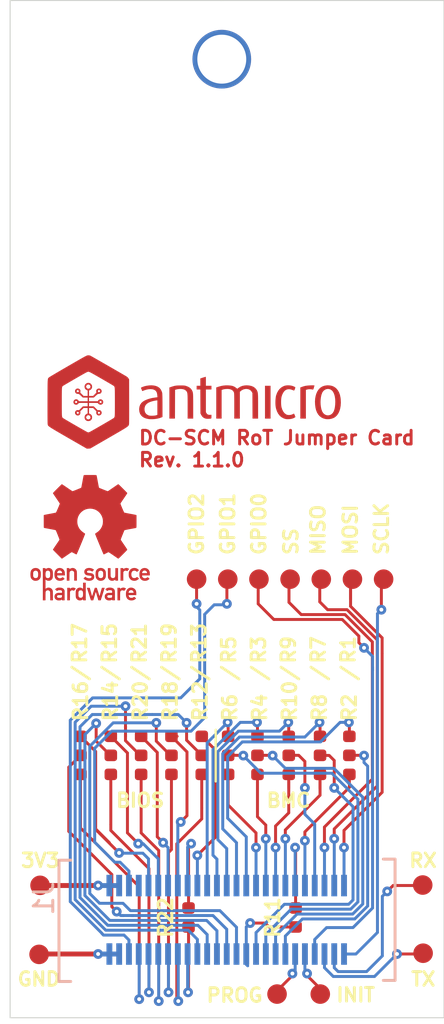
<source format=kicad_pcb>
(kicad_pcb (version 20171130) (host pcbnew 5.1.9+dfsg1-1)
  (layers (0 F.Cu signal) (31 B.Cu signal) (34 B.Paste user) (35 F.Paste user) (36 B.SilkS user) (37 F.SilkS user) (38 B.Mask user) (39 F.Mask user) (44 Edge.Cuts user))
  (net 0 "")
  (net 1 ROT_QSPI_CS_B)
  (net 2 QSPIB2_D0)
  (net 3 QSPIB_CLK)
  (net 4 QSPIB2_D3)
  (net 5 QSPIB2_CS_N)
  (net 6 QSPIB2_D1)
  (net 7 QSPIB2_D2)
  (net 8 QSPIB1_D0)
  (net 9 QSPIB1_D3)
  (net 10 QSPIB1_CS_N)
  (net 11 QSPIB1_D1)
  (net 12 QSPIB1_D2)
  (net 13 QSPIA2_D0)
  (net 14 QSPIA_CLK)
  (net 15 QSPIA2_D3)
  (net 16 QSPIA2_CS_N)
  (net 17 QSPIA2_D1)
  (net 18 QSPIA2_D2)
  (net 19 QSPI0_CS1_N)
  (net 20 VCC3V3)
  (net 21 ROT_RDY\ROT_GPIO0)
  (net 22 INIT)
  (net 23 PROGRAM)
  (net 24 ROT_QSPI_DQ0)
  (net 25 ROT_QSPI_DQ1)
  (net 26 ROT_QSPI_DQ2)
  (net 27 ROT_QSPI_DQ3)
  (net 28 ROT_QSPI_SCK)
  (net 29 QSPI0_D3)
  (net 30 QSPI0_D2)
  (net 31 QSPI0_D1)
  (net 32 QSPI0_D0)
  (net 33 QSPI0_CS0_N)
  (net 34 QSPI0_CLK)
  (net 35 QSPIA1_D0)
  (net 36 QSPIA1_D3)
  (net 37 QSPIA1_CS_N)
  (net 38 QSPIA1_D1)
  (net 39 QSPIA1_D2)
  (net 40 GND)
  (net 41 ROT_GPIO1)
  (net 42 ROT_GPIO2)
  (net 43 ROT_SCLK)
  (net 44 ROT_RX)
  (net 45 ROT_TX)
  (net 46 ROT_SS)
  (net 47 ROT_MOSI)
  (net 48 ROT_MISO)
  (module dc-scm-rot-jumper-card-footprints:Testpoint_smd_1mm (layer F.Cu) (at 156.94138 115.7472)
    (fp_text reference TX (at 0.01 1.2742) (layer F.SilkS) (effects (font (size 0.7 0.7))))
    (fp_text value TP_SMD1MM hide)
    (pad 1 smd circle (at 0 -0.0508) (size 1 1) (layers F.Cu F.Mask) (net 45 ROT_TX))
  )
  (module dc-scm-rot-jumper-card-footprints:Testpoint_smd_1mm (layer F.Cu) (at 150.139279 96.6272)
    (fp_text reference SS (at 0.045 -1.9758 90 unlocked) (layer F.SilkS) (effects (font (size 0.7 0.7))))
    (fp_text value TP_SMD1MM hide)
    (pad 1 smd circle (at 0 -0.0508) (size 1 1) (layers F.Cu F.Mask) (net 46 ROT_SS))
  )
  (module dc-scm-rot-jumper-card-footprints:Testpoint_smd_1mm (layer F.Cu) (at 154.92138 96.6272)
    (fp_text reference SCLK (at -0.11 -2.6258 90) (layer F.SilkS) (effects (font (size 0.7 0.7))))
    (fp_text value TP_SMD1MM hide)
    (pad 1 smd circle (at 0 -0.0508) (size 1 1) (layers F.Cu F.Mask) (net 43 ROT_SCLK))
  )
  (module dc-scm-rot-jumper-card-footprints:Testpoint_smd_1mm (layer F.Cu) (at 156.92138 112.2622)
    (fp_text reference RX (at 0.015 -1.3058) (layer F.SilkS) (effects (font (size 0.7 0.7))))
    (fp_text value TP_SMD1MM hide)
    (pad 1 smd circle (at 0 -0.0508) (size 1 1) (layers F.Cu F.Mask) (net 44 ROT_RX))
  )
  (module dc-scm-rot-jumper-card-footprints:Testpoint_smd_1mm (layer F.Cu) (at 149.47138 117.8364)
    (fp_text reference PROG (at -2.17 0.01) (layer F.SilkS) (effects (font (size 0.7 0.7))))
    (fp_text value TP_SMD1MM hide)
    (pad 1 smd circle (at 0 -0.0508) (size 1 1) (layers F.Cu F.Mask) (net 23 PROGRAM))
  )
  (module dc-scm-rot-jumper-card-footprints:oshw-logo (layer F.Cu) (at 139.91078 94.455)
    (fp_text reference N2 hide)
    (fp_text value oshw_logo hide)
    (fp_poly (pts (xy 2.316335 1.557212) (xy 2.365289 1.570473) (xy 2.410751 1.593074) (xy 2.453474 1.625314) (xy 2.46017 1.631447) (xy 2.49174 1.661087) (xy 2.46634 1.684202) (xy 2.448922 1.699811) (xy 2.430578 1.715881) (xy 2.419362 1.72548) (xy 2.397784 1.743644) (xy 2.376891 1.724768) (xy 2.345458 1.701449) (xy 2.312177 1.6874) (xy 2.274771 1.681738) (xy 2.265314 1.681529) (xy 2.226987 1.684284) (xy 2.195173 1.693102) (xy 2.167779 1.708654) (xy 2.159417 1.715321) (xy 2.136139 1.741848) (xy 2.118918 1.776168) (xy 2.107925 1.817791) (xy 2.10333 1.866228) (xy 2.103195 1.876057) (xy 2.106466 1.926873) (xy 2.116378 1.970387) (xy 2.132772 2.006416) (xy 2.155485 2.034777) (xy 2.184359 2.055286) (xy 2.219231 2.067762) (xy 2.259942 2.07202) (xy 2.274746 2.071584) (xy 2.309658 2.066837) (xy 2.339003 2.056237) (xy 2.366399 2.038274) (xy 2.377664 2.028652) (xy 2.386514 2.020784) (xy 2.393644 2.016076) (xy 2.400622 2.015143) (xy 2.409017 2.018601) (xy 2.420398 2.027064) (xy 2.436332 2.041147) (xy 2.45618 2.059427) (xy 2.49174 2.092238) (xy 2.4765 2.108421) (xy 2.449459 2.132681) (xy 2.416295 2.155691) (xy 2.380968 2.174973) (xy 2.350901 2.186995) (xy 2.327792 2.193508) (xy 2.30659 2.197321) (xy 2.283032 2.199001) (xy 2.259067 2.199185) (xy 2.233855 2.198293) (xy 2.209446 2.19628) (xy 2.18957 2.193499) (xy 2.182408 2.191908) (xy 2.133165 2.173457) (xy 2.089862 2.146984) (xy 2.053058 2.112951) (xy 2.023314 2.071823) (xy 2.012481 2.051331) (xy 2.000078 2.023756) (xy 1.991056 1.999224) (xy 1.984909 1.975127) (xy 1.981131 1.948862) (xy 1.979217 1.917822) (xy 1.978661 1.879403) (xy 1.97866 1.87706) (xy 1.979152 1.838223) (xy 1.980972 1.806897) (xy 1.984629 1.780465) (xy 1.990635 1.75631) (xy 1.999502 1.731815) (xy 2.01174 1.704364) (xy 2.012862 1.702) (xy 2.039217 1.657661) (xy 2.072304 1.620785) (xy 2.111698 1.591627) (xy 2.156972 1.57044) (xy 2.207701 1.557477) (xy 2.26314 1.552992) (xy 2.316335 1.557212)) (layer F.Cu) (width 0.01))
    (fp_poly (pts (xy 1.753486 2.563572) (xy 1.768707 2.568733) (xy 1.787505 2.57709) (xy 1.804886 2.586465) (xy 1.818688 2.595495) (xy 1.826747 2.602814) (xy 1.827862 2.606069) (xy 1.824353 2.611108) (xy 1.815883 2.621949) (xy 1.803906 2.636835) (xy 1.789874 2.654006) (xy 1.775241 2.671702) (xy 1.76146 2.688164) (xy 1.749984 2.701633) (xy 1.742265 2.71035) (xy 1.739774 2.71272) (xy 1.735118 2.710443) (xy 1.724283 2.704565) (xy 1.713869 2.69875) (xy 1.697827 2.690793) (xy 1.682779 2.6866) (xy 1.664203 2.685149) (xy 1.65354 2.685118) (xy 1.618721 2.6889) (xy 1.590202 2.699911) (xy 1.56659 2.71874) (xy 1.561969 2.723927) (xy 1.554834 2.732482) (xy 1.548916 2.740357) (xy 1.544095 2.748559) (xy 1.540247 2.758098) (xy 1.537252 2.769982) (xy 1.534987 2.785219) (xy 1.53333 2.80482) (xy 1.53216 2.829791) (xy 1.531355 2.861143) (xy 1.530792 2.899883) (xy 1.53035 2.947021) (xy 1.530026 2.98831) (xy 1.528383 3.2004) (xy 1.468618 3.2004) (xy 1.444925 3.200127) (xy 1.425071 3.199386) (xy 1.41119 3.198291) (xy 1.405466 3.197013) (xy 1.404868 3.191467) (xy 1.404303 3.176638) (xy 1.403781 3.153404) (xy 1.403312 3.122642) (xy 1.402904 3.08523) (xy 1.402568 3.042045) (xy 1.402313 2.993964) (xy 1.402147 2.941865) (xy 1.40208 2.886625) (xy 1.40208 2.5654) (xy 1.52908 2.5654) (xy 1.52908 2.59588) (xy 1.529563 2.611957) (xy 1.530821 2.623001) (xy 1.532274 2.62636) (xy 1.537551 2.623229) (xy 1.547578 2.615217) (xy 1.554951 2.608758) (xy 1.588903 2.584515) (xy 1.627959 2.567458) (xy 1.669893 2.558004) (xy 1.712478 2.55657) (xy 1.753486 2.563572)) (layer F.Cu) (width 0.01))
    (fp_poly (pts (xy 2.148397 2.561629) (xy 2.19364 2.574995) (xy 2.235729 2.595745) (xy 2.27324 2.623342) (xy 2.304746 2.657247) (xy 2.326124 2.691379) (xy 2.338147 2.71812) (xy 2.346812 2.745053) (xy 2.352553 2.774538) (xy 2.355808 2.808934) (xy 2.357012 2.850603) (xy 2.357044 2.85877) (xy 2.35712 2.93116) (xy 1.960257 2.93116) (xy 1.963671 2.95529) (xy 1.973572 2.993731) (xy 1.99125 3.026977) (xy 2.015921 3.053847) (xy 2.03962 3.069675) (xy 2.05744 3.076495) (xy 2.080851 3.080698) (xy 2.10312 3.082417) (xy 2.14444 3.081004) (xy 2.180804 3.0719) (xy 2.214663 3.05437) (xy 2.227798 3.045029) (xy 2.240746 3.03554) (xy 2.250331 3.029238) (xy 2.253671 3.02768) (xy 2.258975 3.030812) (xy 2.269761 3.039101) (xy 2.284106 3.050883) (xy 2.300085 3.064495) (xy 2.315775 3.078276) (xy 2.329252 3.090561) (xy 2.338591 3.099688) (xy 2.34188 3.103919) (xy 2.337925 3.110864) (xy 2.327387 3.121673) (xy 2.312256 3.134757) (xy 2.294522 3.148528) (xy 2.276173 3.161396) (xy 2.2592 3.171774) (xy 2.252695 3.175135) (xy 2.204473 3.192921) (xy 2.152193 3.202882) (xy 2.098569 3.204771) (xy 2.046313 3.198341) (xy 2.032968 3.195193) (xy 1.984723 3.17824) (xy 1.943536 3.154343) (xy 1.909085 3.123164) (xy 1.881044 3.084367) (xy 1.859091 3.037617) (xy 1.847989 3.003009) (xy 1.841966 2.972432) (xy 1.838154 2.934955) (xy 1.836547 2.89359) (xy 1.83714 2.851351) (xy 1.839007 2.82448) (xy 1.960257 2.82448) (xy 2.23012 2.82448) (xy 2.23012 2.813383) (xy 2.225878 2.783861) (xy 2.214259 2.753765) (xy 2.196919 2.725767) (xy 2.175516 2.702542) (xy 2.151707 2.686762) (xy 2.151576 2.686702) (xy 2.12892 2.680129) (xy 2.101125 2.677458) (xy 2.072496 2.678842) (xy 2.051338 2.683134) (xy 2.023979 2.696415) (xy 2.000173 2.71796) (xy 1.981134 2.746148) (xy 1.968075 2.779355) (xy 1.963708 2.80035) (xy 1.960257 2.82448) (xy 1.839007 2.82448) (xy 1.839927 2.811253) (xy 1.844904 2.77631) (xy 1.84841 2.76098) (xy 1.866454 2.708186) (xy 1.889878 2.663759) (xy 1.919102 2.627202) (xy 1.954545 2.598016) (xy 1.996627 2.575701) (xy 2.007997 2.571225) (xy 2.05415 2.559206) (xy 2.101425 2.556187) (xy 2.148397 2.561629)) (layer F.Cu) (width 0.01))
    (fp_poly (pts (xy -2.064497 1.559869) (xy -2.023074 1.576181) (xy -1.985929 1.601008) (xy -1.972866 1.61297) (xy -1.956169 1.630946) (xy -1.942599 1.649027) (xy -1.93185 1.66849) (xy -1.923612 1.690613) (xy -1.917581 1.716673) (xy -1.913447 1.747949) (xy -1.910905 1.785717) (xy -1.909646 1.831256) (xy -1.909356 1.87706) (xy -1.90977 1.930269) (xy -1.911212 1.974614) (xy -1.913983 2.011363) (xy -1.918383 2.041785) (xy -1.924712 2.06715) (xy -1.933272 2.088726) (xy -1.944363 2.107783) (xy -1.958286 2.12559) (xy -1.97155 2.139673) (xy -1.992509 2.157399) (xy -2.01751 2.173865) (xy -2.030777 2.180878) (xy -2.046734 2.188105) (xy -2.059988 2.192797) (xy -2.073565 2.195495) (xy -2.090487 2.196746) (xy -2.113781 2.197091) (xy -2.121021 2.1971) (xy -2.146295 2.196907) (xy -2.16437 2.195972) (xy -2.178202 2.193753) (xy -2.190752 2.189713) (xy -2.204977 2.183311) (xy -2.209921 2.180895) (xy -2.230507 2.169571) (xy -2.250899 2.156448) (xy -2.26441 2.146209) (xy -2.286 2.127728) (xy -2.286 2.627542) (xy -2.26502 2.608587) (xy -2.247687 2.595225) (xy -2.226989 2.582376) (xy -2.216469 2.577011) (xy -2.172828 2.562105) (xy -2.128834 2.556469) (xy -2.085696 2.559573) (xy -2.044621 2.570892) (xy -2.006814 2.589897) (xy -1.973484 2.616062) (xy -1.945836 2.648859) (xy -1.925078 2.687761) (xy -1.918255 2.707292) (xy -1.916285 2.715141) (xy -1.914651 2.724824) (xy -1.913322 2.737291) (xy -1.91227 2.75349) (xy -1.911464 2.774373) (xy -1.910874 2.800887) (xy -1.910471 2.833983) (xy -1.910224 2.87461) (xy -1.910105 2.923718) (xy -1.91008 2.967798) (xy -1.91008 3.200712) (xy -2.03454 3.19786) (xy -2.03708 2.9845) (xy -2.037717 2.9323) (xy -2.038304 2.889263) (xy -2.038901 2.854392) (xy -2.039568 2.826688) (xy -2.040361 2.805155) (xy -2.041341 2.788796) (xy -2.042566 2.776613) (xy -2.044094 2.767609) (xy -2.045984 2.760788) (xy -2.048295 2.755152) (xy -2.050875 2.750095) (xy -2.071267 2.72198) (xy -2.097529 2.701112) (xy -2.127918 2.688039) (xy -2.160694 2.683311) (xy -2.194115 2.687476) (xy -2.219188 2.697085) (xy -2.239019 2.71068) (xy -2.258362 2.729665) (xy -2.273493 2.750162) (xy -2.277451 2.757734) (xy -2.279186 2.765731) (xy -2.280733 2.781784) (xy -2.282106 2.806254) (xy -2.283318 2.8395) (xy -2.284384 2.881884) (xy -2.285316 2.933767) (xy -2.286 2.9845) (xy -2.28854 3.19786) (xy -2.413 3.200712) (xy -2.413 1.87706) (xy -2.286 1.87706) (xy -2.284686 1.926093) (xy -2.280491 1.966272) (xy -2.27304 1.998588) (xy -2.261956 2.024032) (xy -2.246863 2.043598) (xy -2.227383 2.058276) (xy -2.214844 2.064547) (xy -2.193976 2.070117) (xy -2.167758 2.072304) (xy -2.140401 2.071168) (xy -2.116114 2.066767) (xy -2.10566 2.063009) (xy -2.078243 2.044944) (xy -2.057739 2.019537) (xy -2.049127 2.001448) (xy -2.044866 1.984415) (xy -2.041516 1.959591) (xy -2.039125 1.929307) (xy -2.037742 1.895893) (xy -2.037414 1.861683) (xy -2.03819 1.829006) (xy -2.040117 1.800195) (xy -2.043244 1.777581) (xy -2.044409 1.77241) (xy -2.056223 1.738016) (xy -2.072326 1.712468) (xy -2.093645 1.695026) (xy -2.121108 1.684948) (xy -2.155643 1.681493) (xy -2.158228 1.68148) (xy -2.191975 1.68393) (xy -2.21981 1.691708) (xy -2.242149 1.705448) (xy -2.259407 1.72579) (xy -2.272002 1.753368) (xy -2.280349 1.788822) (xy -2.284864 1.832787) (xy -2.286 1.87706) (xy -2.413 1.87706) (xy -2.413 1.55956) (xy -2.286 1.55956) (xy -2.286 1.620849) (xy -2.259099 1.600538) (xy -2.224478 1.577961) (xy -2.189557 1.563135) (xy -2.15375 1.554858) (xy -2.108591 1.55259) (xy -2.064497 1.559869)) (layer F.Cu) (width 0.01))
    (fp_poly (pts (xy 0.605152 1.55859) (xy 0.65183 1.574224) (xy 0.694332 1.598187) (xy 0.728375 1.62705) (xy 0.750706 1.652385) (xy 0.768389 1.678643) (xy 0.781867 1.707325) (xy 0.791586 1.739933) (xy 0.797992 1.777969) (xy 0.801528 1.822932) (xy 0.802639 1.876326) (xy 0.80264 1.877721) (xy 0.801589 1.929907) (xy 0.798306 1.973467) (xy 0.792587 2.009728) (xy 0.784233 2.040019) (xy 0.774699 2.06248) (xy 0.748467 2.10368) (xy 0.71503 2.139098) (xy 0.675906 2.167435) (xy 0.632617 2.18739) (xy 0.626336 2.189432) (xy 0.599934 2.195119) (xy 0.567552 2.198443) (xy 0.532932 2.199337) (xy 0.499816 2.197733) (xy 0.471947 2.193564) (xy 0.466912 2.192301) (xy 0.428976 2.177701) (xy 0.391964 2.155997) (xy 0.359988 2.129693) (xy 0.354116 2.123623) (xy 0.332932 2.098683) (xy 0.31619 2.073827) (xy 0.303427 2.047452) (xy 0.294179 2.017956) (xy 0.287983 1.983738) (xy 0.284376 1.943196) (xy 0.282894 1.894727) (xy 0.282792 1.87706) (xy 0.409691 1.87706) (xy 0.410315 1.918215) (xy 0.412477 1.950942) (xy 0.416612 1.976909) (xy 0.423156 1.997788) (xy 0.432545 2.015249) (xy 0.445214 2.030963) (xy 0.451466 2.037296) (xy 0.471249 2.054021) (xy 0.491005 2.064561) (xy 0.514032 2.070163) (xy 0.54356 2.072071) (xy 0.569085 2.070804) (xy 0.590455 2.065437) (xy 0.60198 2.060562) (xy 0.625074 2.047439) (xy 0.6421 2.031597) (xy 0.656021 2.009961) (xy 0.661421 1.998916) (xy 0.665523 1.989381) (xy 0.668536 1.980016) (xy 0.670627 1.969085) (xy 0.671962 1.95485) (xy 0.672708 1.935575) (xy 0.673032 1.90952) (xy 0.6731 1.87706) (xy 0.673022 1.842993) (xy 0.67268 1.817348) (xy 0.671907 1.798388) (xy 0.670535 1.784376) (xy 0.668399 1.773574) (xy 0.665331 1.764244) (xy 0.661421 1.755203) (xy 0.647913 1.730366) (xy 0.632494 1.71256) (xy 0.6122 1.698711) (xy 0.60198 1.693557) (xy 0.5694 1.68318) (xy 0.535284 1.681068) (xy 0.501941 1.68683) (xy 0.471681 1.700078) (xy 0.447596 1.719564) (xy 0.434375 1.736003) (xy 0.424463 1.753886) (xy 0.417449 1.774917) (xy 0.412923 1.800802) (xy 0.410475 1.833247) (xy 0.409694 1.873955) (xy 0.409691 1.87706) (xy 0.282792 1.87706) (xy 0.283699 1.824348) (xy 0.286825 1.780128) (xy 0.292595 1.742891) (xy 0.301434 1.711128) (xy 0.313767 1.683331) (xy 0.330018 1.657992) (xy 0.350611 1.633602) (xy 0.351636 1.632514) (xy 0.385379 1.601479) (xy 0.42077 1.578891) (xy 0.46029 1.563481) (xy 0.505009 1.554183) (xy 0.555733 1.551754) (xy 0.605152 1.55859)) (layer F.Cu) (width 0.01))
    (fp_poly (pts (xy -0.2286 3.200712) (xy -0.35306 3.19786) (xy -0.354581 3.165803) (xy -0.356101 3.133747) (xy -0.373429 3.148961) (xy -0.410839 3.175477) (xy -0.452457 3.193803) (xy -0.49652 3.20355) (xy -0.541267 3.204334) (xy -0.584933 3.195769) (xy -0.585826 3.195486) (xy -0.620332 3.181195) (xy -0.65082 3.160914) (xy -0.672318 3.141334) (xy -0.68828 3.123924) (xy -0.701249 3.106211) (xy -0.711519 3.086931) (xy -0.719382 3.064822) (xy -0.725132 3.03862) (xy -0.729061 3.007064) (xy -0.731464 2.968888) (xy -0.732631 2.922832) (xy -0.732874 2.88036) (xy -0.60198 2.88036) (xy -0.601917 2.915801) (xy -0.601627 2.942733) (xy -0.600961 2.962806) (xy -0.59977 2.977671) (xy -0.597904 2.988977) (xy -0.595213 2.998375) (xy -0.591547 3.007515) (xy -0.590182 3.010572) (xy -0.57323 3.039292) (xy -0.551743 3.059582) (xy -0.524837 3.071934) (xy -0.491626 3.076844) (xy -0.471891 3.076636) (xy -0.441634 3.072511) (xy -0.417791 3.063319) (xy -0.417351 3.063073) (xy -0.397335 3.048543) (xy -0.381675 3.029355) (xy -0.370029 3.004495) (xy -0.362056 2.972955) (xy -0.357416 2.933722) (xy -0.355768 2.885787) (xy -0.355755 2.88036) (xy -0.357504 2.828359) (xy -0.362989 2.78538) (xy -0.372575 2.75086) (xy -0.386628 2.724236) (xy -0.405513 2.704946) (xy -0.429596 2.692427) (xy -0.459243 2.686114) (xy -0.4826 2.68508) (xy -0.516772 2.687911) (xy -0.543627 2.696486) (xy -0.564849 2.711837) (xy -0.582123 2.734992) (xy -0.590356 2.751005) (xy -0.594298 2.760135) (xy -0.597234 2.769122) (xy -0.599311 2.779603) (xy -0.600677 2.79322) (xy -0.601478 2.81161) (xy -0.601862 2.836414) (xy -0.601977 2.86927) (xy -0.60198 2.88036) (xy -0.732874 2.88036) (xy -0.732495 2.82747) (xy -0.731146 2.783442) (xy -0.728512 2.746998) (xy -0.724275 2.71686) (xy -0.718119 2.691751) (xy -0.709726 2.670393) (xy -0.69878 2.651509) (xy -0.684964 2.633821) (xy -0.667962 2.616052) (xy -0.667147 2.615258) (xy -0.631282 2.587159) (xy -0.591496 2.567896) (xy -0.549134 2.557613) (xy -0.505539 2.556456) (xy -0.462055 2.56457) (xy -0.420026 2.582101) (xy -0.410672 2.587502) (xy -0.393554 2.598644) (xy -0.376933 2.610544) (xy -0.37211 2.614306) (xy -0.3556 2.627662) (xy -0.3556 2.30632) (xy -0.2286 2.30632) (xy -0.2286 3.200712)) (layer F.Cu) (width 0.01))
    (fp_poly (pts (xy -1.493243 1.560181) (xy -1.446576 1.576238) (xy -1.404379 1.600723) (xy -1.367567 1.633232) (xy -1.340184 1.668413) (xy -1.325932 1.692651) (xy -1.315153 1.716946) (xy -1.30733 1.743406) (xy -1.301944 1.774141) (xy -1.298478 1.811262) (xy -1.296801 1.84531) (xy -1.293883 1.92532) (xy -1.69164 1.92532) (xy -1.69164 1.942177) (xy -1.686699 1.977916) (xy -1.672216 2.011015) (xy -1.649093 2.039918) (xy -1.625665 2.059164) (xy -1.600695 2.071629) (xy -1.57156 2.078246) (xy -1.5367 2.079961) (xy -1.496753 2.074691) (xy -1.457624 2.060014) (xy -1.421173 2.036628) (xy -1.420943 2.036444) (xy -1.401705 2.021059) (xy -1.358629 2.05763) (xy -1.341059 2.072707) (xy -1.326479 2.08552) (xy -1.316577 2.094567) (xy -1.313106 2.098159) (xy -1.31503 2.103967) (xy -1.323649 2.113819) (xy -1.337149 2.126214) (xy -1.353713 2.139648) (xy -1.371527 2.152616) (xy -1.388776 2.163617) (xy -1.398403 2.168797) (xy -1.420509 2.178418) (xy -1.444665 2.18724) (xy -1.460298 2.19191) (xy -1.487743 2.196652) (xy -1.52105 2.199007) (xy -1.556591 2.199014) (xy -1.590736 2.196715) (xy -1.619856 2.19215) (xy -1.62814 2.190038) (xy -1.676479 2.171586) (xy -1.717391 2.146372) (xy -1.751261 2.114021) (xy -1.77847 2.074158) (xy -1.799403 2.026407) (xy -1.801521 2.020099) (xy -1.809128 1.989141) (xy -1.81462 1.951129) (xy -1.817878 1.908971) (xy -1.818786 1.865578) (xy -1.817223 1.823856) (xy -1.81504 1.804322) (xy -1.69164 1.804322) (xy -1.69164 1.81864) (xy -1.42748 1.81864) (xy -1.42748 1.80105) (xy -1.431255 1.775727) (xy -1.441415 1.748257) (xy -1.456215 1.722586) (xy -1.468989 1.707206) (xy -1.494972 1.688056) (xy -1.525884 1.676247) (xy -1.559281 1.672129) (xy -1.592722 1.676051) (xy -1.618949 1.685758) (xy -1.645178 1.704415) (xy -1.667011 1.730152) (xy -1.682805 1.760289) (xy -1.690915 1.792144) (xy -1.69164 1.804322) (xy -1.81504 1.804322) (xy -1.813072 1.786715) (xy -1.811399 1.777373) (xy -1.796599 1.724094) (xy -1.7748 1.676953) (xy -1.746559 1.636526) (xy -1.712433 1.603389) (xy -1.672979 1.578116) (xy -1.628753 1.561286) (xy -1.596336 1.554969) (xy -1.543468 1.552956) (xy -1.493243 1.560181)) (layer F.Cu) (width 0.01))
    (fp_poly (pts (xy 1.889278 1.554809) (xy 1.907312 1.559137) (xy 1.927866 1.566178) (xy 1.948412 1.574791) (xy 1.966422 1.583832) (xy 1.979369 1.59216) (xy 1.98452 1.597862) (xy 1.982401 1.604169) (xy 1.974662 1.616441) (xy 1.962437 1.633053) (xy 1.946859 1.652377) (xy 1.945053 1.654523) (xy 1.929127 1.673395) (xy 1.915719 1.689326) (xy 1.906117 1.700786) (xy 1.901605 1.706244) (xy 1.90145 1.706446) (xy 1.89652 1.705478) (xy 1.885263 1.700823) (xy 1.873187 1.695016) (xy 1.840875 1.683578) (xy 1.808074 1.680739) (xy 1.776426 1.685863) (xy 1.747572 1.698319) (xy 1.723156 1.717471) (xy 1.704818 1.742686) (xy 1.696602 1.763168) (xy 1.695437 1.772316) (xy 1.694386 1.790607) (xy 1.693473 1.817026) (xy 1.692719 1.850557) (xy 1.692147 1.890183) (xy 1.69178 1.934891) (xy 1.69164 1.983662) (xy 1.69164 2.19456) (xy 1.55956 2.19456) (xy 1.55956 1.55956) (xy 1.69164 1.55956) (xy 1.69164 1.626089) (xy 1.71069 1.607351) (xy 1.739771 1.585128) (xy 1.775336 1.568051) (xy 1.814687 1.556915) (xy 1.855125 1.552513) (xy 1.889278 1.554809)) (layer F.Cu) (width 0.01))
    (fp_poly (pts (xy 0.063944 -3.200385) (xy 0.118503 -3.200323) (xy 0.164447 -3.200194) (xy 0.202552 -3.199975) (xy 0.23359 -3.199646) (xy 0.258334 -3.199185) (xy 0.277557 -3.198571) (xy 0.292034 -3.197781) (xy 0.302537 -3.196794) (xy 0.309839 -3.195589) (xy 0.314713 -3.194144) (xy 0.317934 -3.192438) (xy 0.31913 -3.191511) (xy 0.321531 -3.188443) (xy 0.324143 -3.18278) (xy 0.327119 -3.173802) (xy 0.330612 -3.160785) (xy 0.334776 -3.14301) (xy 0.339764 -3.119755) (xy 0.345729 -3.090298) (xy 0.352825 -3.053919) (xy 0.361205 -3.009896) (xy 0.371021 -2.957507) (xy 0.382428 -2.896033) (xy 0.385794 -2.87782) (xy 0.395938 -2.823228) (xy 0.405693 -2.771386) (xy 0.41488 -2.723197) (xy 0.423321 -2.679563) (xy 0.430839 -2.641386) (xy 0.437257 -2.609567) (xy 0.442397 -2.585008) (xy 0.44608 -2.568611) (xy 0.44813 -2.561277) (xy 0.448169 -2.561197) (xy 0.456812 -2.549847) (xy 0.464359 -2.543968) (xy 0.476168 -2.538293) (xy 0.495535 -2.529756) (xy 0.521275 -2.518828) (xy 0.5522 -2.505979) (xy 0.587125 -2.491679) (xy 0.624864 -2.476401) (xy 0.664231 -2.460614) (xy 0.704039 -2.44479) (xy 0.743103 -2.429399) (xy 0.780237 -2.414913) (xy 0.814255 -2.401801) (xy 0.84397 -2.390536) (xy 0.868197 -2.381588) (xy 0.885749 -2.375427) (xy 0.89544 -2.372525) (xy 0.896621 -2.37236) (xy 0.911725 -2.37562) (xy 0.931874 -2.385712) (xy 0.948099 -2.396118) (xy 0.962375 -2.405865) (xy 0.983862 -2.420564) (xy 1.011392 -2.439414) (xy 1.0438 -2.461618) (xy 1.079921 -2.486375) (xy 1.118588 -2.512886) (xy 1.158636 -2.540351) (xy 1.198899 -2.567971) (xy 1.238212 -2.594945) (xy 1.275408 -2.620476) (xy 1.309323 -2.643762) (xy 1.338789 -2.664005) (xy 1.362643 -2.680404) (xy 1.377499 -2.690632) (xy 1.39888 -2.70476) (xy 1.418234 -2.716436) (xy 1.433568 -2.724533) (xy 1.44289 -2.727923) (xy 1.443473 -2.72796) (xy 1.448048 -2.725998) (xy 1.456423 -2.719864) (xy 1.468988 -2.709187) (xy 1.486133 -2.693598) (xy 1.508249 -2.672727) (xy 1.535726 -2.646203) (xy 1.568952 -2.613656) (xy 1.60832 -2.574716) (xy 1.654219 -2.529013) (xy 1.675064 -2.508185) (xy 1.721494 -2.46169) (xy 1.761169 -2.421799) (xy 1.794577 -2.387994) (xy 1.822205 -2.359756) (xy 1.844544 -2.336565) (xy 1.862081 -2.317902) (xy 1.875304 -2.303248) (xy 1.884702 -2.292085) (xy 1.890764 -2.283892) (xy 1.893978 -2.278151) (xy 1.89484 -2.274608) (xy 1.892783 -2.268426) (xy 1.886468 -2.256497) (xy 1.875681 -2.238489) (xy 1.860204 -2.214069) (xy 1.839823 -2.182908) (xy 1.814321 -2.144672) (xy 1.783483 -2.099031) (xy 1.747093 -2.045654) (xy 1.721932 -2.008942) (xy 1.690797 -1.963426) (xy 1.661369 -1.920086) (xy 1.63416 -1.879699) (xy 1.609681 -1.843039) (xy 1.588445 -1.810882) (xy 1.570964 -1.784002) (xy 1.557749 -1.763175) (xy 1.549313 -1.749176) (xy 1.546182 -1.742862) (xy 1.547503 -1.734906) (xy 1.552551 -1.718843) (xy 1.560841 -1.695811) (xy 1.571887 -1.666949) (xy 1.585204 -1.633395) (xy 1.600306 -1.596286) (xy 1.616707 -1.556762) (xy 1.633922 -1.515961) (xy 1.651466 -1.47502) (xy 1.668852 -1.435079) (xy 1.685596 -1.397276) (xy 1.701212 -1.362748) (xy 1.715213 -1.332635) (xy 1.727115 -1.308073) (xy 1.736433 -1.290203) (xy 1.742679 -1.280162) (xy 1.74423 -1.278579) (xy 1.751136 -1.276353) (xy 1.767124 -1.2725) (xy 1.791276 -1.267205) (xy 1.822678 -1.260653) (xy 1.860412 -1.25303) (xy 1.903562 -1.244521) (xy 1.951213 -1.235312) (xy 2.002449 -1.225587) (xy 2.049871 -1.216732) (xy 2.103519 -1.206708) (xy 2.1544 -1.197039) (xy 2.201597 -1.18791) (xy 2.244192 -1.179508) (xy 2.281268 -1.172015) (xy 2.311907 -1.165619) (xy 2.335192 -1.160503) (xy 2.350206 -1.156853) (xy 2.35585 -1.155) (xy 2.36728 -1.147846) (xy 2.36728 -0.833366) (xy 2.367286 -0.767725) (xy 2.367267 -0.711501) (xy 2.367161 -0.663952) (xy 2.366909 -0.624334) (xy 2.366449 -0.591904) (xy 2.365722 -0.565921) (xy 2.364667 -0.54564) (xy 2.363225 -0.53032) (xy 2.361334 -0.519217) (xy 2.358935 -0.511589) (xy 2.355967 -0.506692) (xy 2.35237 -0.503785) (xy 2.348083 -0.502124) (xy 2.343047 -0.500966) (xy 2.340254 -0.500349) (xy 2.333285 -0.498959) (xy 2.317277 -0.495903) (xy 2.293181 -0.49136) (xy 2.261948 -0.485506) (xy 2.224532 -0.478519) (xy 2.181883 -0.470578) (xy 2.134954 -0.461861) (xy 2.084695 -0.452545) (xy 2.05486 -0.447023) (xy 2.002929 -0.43734) (xy 1.953639 -0.428002) (xy 1.907963 -0.419201) (xy 1.866875 -0.411134) (xy 1.83135 -0.403994) (xy 1.802361 -0.397977) (xy 1.780882 -0.393277) (xy 1.767889 -0.390088) (xy 1.764705 -0.389046) (xy 1.760956 -0.386972) (xy 1.75723 -0.38377) (xy 1.753169 -0.378649) (xy 1.748415 -0.37082) (xy 1.74261 -0.359493) (xy 1.735397 -0.343878) (xy 1.726417 -0.323185) (xy 1.715314 -0.296625) (xy 1.70173 -0.263408) (xy 1.685306 -0.222743) (xy 1.665686 -0.173842) (xy 1.653877 -0.144336) (xy 1.630562 -0.085801) (xy 1.610997 -0.036121) (xy 1.594996 0.005215) (xy 1.582371 0.038717) (xy 1.572933 0.064898) (xy 1.566496 0.084266) (xy 1.562871 0.097333) (xy 1.56187 0.10461) (xy 1.562 0.105551) (xy 1.565388 0.111936) (xy 1.574031 0.125889) (xy 1.587401 0.146619) (xy 1.604975 0.173337) (xy 1.626227 0.205253) (xy 1.650633 0.241579) (xy 1.677667 0.281524) (xy 1.706803 0.324299) (xy 1.729977 0.358137) (xy 1.768152 0.413904) (xy 1.800714 0.461818) (xy 1.827941 0.502307) (xy 1.85011 0.535798) (xy 1.867497 0.562718) (xy 1.880379 0.583494) (xy 1.889033 0.598554) (xy 1.893736 0.608325) (xy 1.89484 0.612588) (xy 1.893922 0.616557) (xy 1.890832 0.622253) (xy 1.885061 0.630218) (xy 1.876105 0.640996) (xy 1.863454 0.655127) (xy 1.846604 0.673155) (xy 1.825047 0.695622) (xy 1.798275 0.723071) (xy 1.765783 0.756044) (xy 1.727064 0.795083) (xy 1.68275 0.839588) (xy 1.635779 0.88663) (xy 1.595387 0.926909) (xy 1.561043 0.960919) (xy 1.532216 0.989155) (xy 1.508374 1.012112) (xy 1.488986 1.030284) (xy 1.473522 1.044165) (xy 1.461449 1.054249) (xy 1.452238 1.061032) (xy 1.445355 1.065008) (xy 1.440271 1.066671) (xy 1.438662 1.0668) (xy 1.433748 1.064003) (xy 1.421225 1.055952) (xy 1.40185 1.043157) (xy 1.376378 1.026128) (xy 1.345569 1.005374) (xy 1.310179 0.981405) (xy 1.270964 0.954731) (xy 1.228683 0.925862) (xy 1.193409 0.9017) (xy 1.138331 0.864066) (xy 1.089294 0.830866) (xy 1.046624 0.802311) (xy 1.010647 0.778614) (xy 0.981689 0.759987) (xy 0.960074 0.746642) (xy 0.946129 0.738793) (xy 0.940496 0.7366) (xy 0.932745 0.738916) (xy 0.917444 0.745425) (xy 0.895971 0.75547) (xy 0.869703 0.768393) (xy 0.840017 0.783534) (xy 0.816852 0.795678) (xy 0.78146 0.814328) (xy 0.753869 0.828542) (xy 0.732993 0.838799) (xy 0.717741 0.84558) (xy 0.707025 0.849364) (xy 0.699756 0.850631) (xy 0.694845 0.849861) (xy 0.694346 0.849646) (xy 0.691789 0.847003) (xy 0.68781 0.840541) (xy 0.682221 0.82982) (xy 0.674833 0.814402) (xy 0.665456 0.793847) (xy 0.653901 0.767715) (xy 0.639978 0.735567) (xy 0.623499 0.696964) (xy 0.604275 0.651465) (xy 0.582116 0.598633) (xy 0.556833 0.538027) (xy 0.528236 0.469208) (xy 0.496138 0.391736) (xy 0.470538 0.329835) (xy 0.436422 0.24723) (xy 0.406033 0.173511) (xy 0.379179 0.108191) (xy 0.355668 0.050782) (xy 0.335305 0.000798) (xy 0.3179 -0.042249) (xy 0.303259 -0.078847) (xy 0.29119 -0.109481) (xy 0.281501 -0.134641) (xy 0.273999 -0.154812) (xy 0.268491 -0.170483) (xy 0.264785 -0.182141) (xy 0.262689 -0.190272) (xy 0.262009 -0.195365) (xy 0.262258 -0.197341) (xy 0.269083 -0.206689) (xy 0.28309 -0.218993) (xy 0.302403 -0.232613) (xy 0.303284 -0.233178) (xy 0.354604 -0.267199) (xy 0.398237 -0.299052) (xy 0.435974 -0.330235) (xy 0.469604 -0.36225) (xy 0.500915 -0.396596) (xy 0.507555 -0.404476) (xy 0.556525 -0.471165) (xy 0.596596 -0.542724) (xy 0.627623 -0.618872) (xy 0.64306 -0.671436) (xy 0.651969 -0.717327) (xy 0.657688 -0.76932) (xy 0.660084 -0.823826) (xy 0.659023 -0.877258) (xy 0.654369 -0.926029) (xy 0.652948 -0.935191) (xy 0.634715 -1.014408) (xy 0.607448 -1.089799) (xy 0.571708 -1.160711) (xy 0.528055 -1.226489) (xy 0.477052 -1.286477) (xy 0.419258 -1.340023) (xy 0.355234 -1.386471) (xy 0.285542 -1.425166) (xy 0.210741 -1.455455) (xy 0.205721 -1.457115) (xy 0.131625 -1.476209) (xy 0.05431 -1.486599) (xy -0.024292 -1.488286) (xy -0.10225 -1.481267) (xy -0.177633 -1.465543) (xy -0.205053 -1.457334) (xy -0.280029 -1.427634) (xy -0.350279 -1.389313) (xy -0.415124 -1.34305) (xy -0.473884 -1.289523) (xy -0.52588 -1.229412) (xy -0.570432 -1.163395) (xy -0.606859 -1.092152) (xy -0.629075 -1.033762) (xy -0.648169 -0.959666) (xy -0.658559 -0.882351) (xy -0.660246 -0.803749) (xy -0.653227 -0.725791) (xy -0.637503 -0.650408) (xy -0.629294 -0.622988) (xy -0.617143 -0.590042) (xy -0.601413 -0.553622) (xy -0.583768 -0.517201) (xy -0.565874 -0.484247) (xy -0.552233 -0.462322) (xy -0.508942 -0.406018) (xy -0.456606 -0.351057) (xy -0.396337 -0.298447) (xy -0.329243 -0.249196) (xy -0.288402 -0.223029) (xy -0.272408 -0.211214) (xy -0.262765 -0.19972) (xy -0.26129 -0.196072) (xy -0.262675 -0.189338) (xy -0.267727 -0.174022) (xy -0.276143 -0.150863) (xy -0.287615 -0.120599) (xy -0.301839 -0.083968) (xy -0.318508 -0.041709) (xy -0.337316 0.00544) (xy -0.357959 0.05674) (xy -0.38013 0.111454) (xy -0.403523 0.168842) (xy -0.427833 0.228167) (xy -0.452754 0.288689) (xy -0.477981 0.349672) (xy -0.503207 0.410375) (xy -0.528128 0.470062) (xy -0.552436 0.527992) (xy -0.575827 0.58343) (xy -0.597995 0.635634) (xy -0.618634 0.683868) (xy -0.637438 0.727394) (xy -0.654102 0.765471) (xy -0.66832 0.797363) (xy -0.679787 0.822331) (xy -0.688195 0.839637) (xy -0.693241 0.848541) (xy -0.694231 0.849578) (xy -0.698935 0.850538) (xy -0.705947 0.849481) (xy -0.716349 0.845928) (xy -0.731225 0.839403) (xy -0.751658 0.829428) (xy -0.778731 0.815523) (xy -0.813528 0.797213) (xy -0.816522 0.795626) (xy -0.847832 0.77928) (xy -0.876743 0.764672) (xy -0.901875 0.752459) (xy -0.921848 0.743301) (xy -0.935282 0.737855) (xy -0.940171 0.736602) (xy -0.948237 0.739539) (xy -0.963828 0.748073) (xy -0.986281 0.76179) (xy -1.014931 0.780276) (xy -1.049112 0.803115) (xy -1.07188 0.818655) (xy -1.137285 0.86359) (xy -1.194798 0.903061) (xy -1.244886 0.937383) (xy -1.288015 0.96687) (xy -1.32465 0.991836) (xy -1.355258 1.012596) (xy -1.380305 1.029464) (xy -1.400256 1.042755) (xy -1.415577 1.052782) (xy -1.426735 1.059861) (xy -1.434195 1.064305) (xy -1.438423 1.066429) (xy -1.439561 1.066722) (xy -1.448566 1.064129) (xy -1.45288 1.06183) (xy -1.457756 1.057457) (xy -1.46916 1.046528) (xy -1.486445 1.029682) (xy -1.508965 1.007557) (xy -1.536074 0.980791) (xy -1.567125 0.950022) (xy -1.601472 0.915889) (xy -1.638468 0.87903) (xy -1.677467 0.840083) (xy -1.67767 0.839879) (xy -1.725309 0.792152) (xy -1.766084 0.751081) (xy -1.800409 0.716229) (xy -1.828694 0.687161) (xy -1.851354 0.663441) (xy -1.868801 0.644633) (xy -1.881447 0.630303) (xy -1.889705 0.620013) (xy -1.893987 0.613329) (xy -1.89484 0.610527) (xy -1.891929 0.603499) (xy -1.883336 0.588522) (xy -1.869275 0.565924) (xy -1.849959 0.536031) (xy -1.825603 0.49917) (xy -1.796419 0.455668) (xy -1.762621 0.405852) (xy -1.729978 0.358137) (xy -1.699597 0.313743) (xy -1.67092 0.271579) (xy -1.644474 0.232437) (xy -1.620783 0.197105) (xy -1.600371 0.166372) (xy -1.583765 0.141029) (xy -1.571489 0.121865) (xy -1.564069 0.109669) (xy -1.562001 0.105551) (xy -1.5624 0.099585) (xy -1.565378 0.087951) (xy -1.571125 0.070137) (xy -1.579827 0.045633) (xy -1.591673 0.013928) (xy -1.606851 -0.02549) (xy -1.625547 -0.07313) (xy -1.647951 -0.129505) (xy -1.653785 -0.144102) (xy -1.675583 -0.198478) (xy -1.694017 -0.244153) (xy -1.709423 -0.281886) (xy -1.722139 -0.312437) (xy -1.732501 -0.336567) (xy -1.740846 -0.355035) (xy -1.747513 -0.368601) (xy -1.752837 -0.378025) (xy -1.757155 -0.384067) (xy -1.760806 -0.387487) (xy -1.762072 -0.38825) (xy -1.766099 -0.389851) (xy -1.773071 -0.391894) (xy -1.783569 -0.394493) (xy -1.798177 -0.397762) (xy -1.817475 -0.401814) (xy -1.842047 -0.406764) (xy -1.872474 -0.412726) (xy -1.909339 -0.419813) (xy -1.953223 -0.428139) (xy -2.004708 -0.437819) (xy -2.064377 -0.448965) (xy -2.132812 -0.461693) (xy -2.210595 -0.476115) (xy -2.21996 -0.47785) (xy -2.259353 -0.485141) (xy -2.289955 -0.490838) (xy -2.31296 -0.495225) (xy -2.329561 -0.498585) (xy -2.340953 -0.501201) (xy -2.348329 -0.503356) (xy -2.352884 -0.505334) (xy -2.355812 -0.507419) (xy -2.358305 -0.509892) (xy -2.359305 -0.510911) (xy -2.360952 -0.513423) (xy -2.362359 -0.517908) (xy -2.363544 -0.525114) (xy -2.364526 -0.535786) (xy -2.365324 -0.550671) (xy -2.365955 -0.570514) (xy -2.366438 -0.596063) (xy -2.366791 -0.628064) (xy -2.367034 -0.667262) (xy -2.367184 -0.714404) (xy -2.36726 -0.770236) (xy -2.36728 -0.833366) (xy -2.36728 -1.147846) (xy -2.35585 -1.154982) (xy -2.348879 -1.157182) (xy -2.332828 -1.161004) (xy -2.308616 -1.166264) (xy -2.277161 -1.172777) (xy -2.239381 -1.180358) (xy -2.196196 -1.188823) (xy -2.148523 -1.197988) (xy -2.097282 -1.207667) (xy -2.050367 -1.21639) (xy -1.995712 -1.226568) (xy -1.944159 -1.236346) (xy -1.896592 -1.245544) (xy -1.853898 -1.253982) (xy -1.81696 -1.261482) (xy -1.786665 -1.267865) (xy -1.763897 -1.27295) (xy -1.749542 -1.27656) (xy -1.744725 -1.278255) (xy -1.740032 -1.28466) (xy -1.732027 -1.299354) (xy -1.721198 -1.321199) (xy -1.708033 -1.349061) (xy -1.693021 -1.381806) (xy -1.676649 -1.418297) (xy -1.659406 -1.4574) (xy -1.641779 -1.497979) (xy -1.624257 -1.5389) (xy -1.607328 -1.579027) (xy -1.59148 -1.617224) (xy -1.5772 -1.652358) (xy -1.564978 -1.683292) (xy -1.5553 -1.708892) (xy -1.548656 -1.728022) (xy -1.545533 -1.739548) (xy -1.545391 -1.741858) (xy -1.548572 -1.748342) (xy -1.557033 -1.762407) (xy -1.570268 -1.783282) (xy -1.587768 -1.810199) (xy -1.609025 -1.842388) (xy -1.63353 -1.87908) (xy -1.660777 -1.919505) (xy -1.690256 -1.962895) (xy -1.721126 -2.007992) (xy -1.761156 -2.066423) (xy -1.795498 -2.116911) (xy -1.824364 -2.159787) (xy -1.847969 -2.195377) (xy -1.866526 -2.22401) (xy -1.880249 -2.246013) (xy -1.889352 -2.261716) (xy -1.894048 -2.271445) (xy -1.89484 -2.274627) (xy -1.893797 -2.278583) (xy -1.89034 -2.284529) (xy -1.883983 -2.292982) (xy -1.874237 -2.304461) (xy -1.860615 -2.319484) (xy -1.842628 -2.338571) (xy -1.819788 -2.36224) (xy -1.791609 -2.391009) (xy -1.757601 -2.425396) (xy -1.717277 -2.46592) (xy -1.675065 -2.508185) (xy -1.626443 -2.556703) (xy -1.584508 -2.598312) (xy -1.548865 -2.633385) (xy -1.519121 -2.662299) (xy -1.494879 -2.685426) (xy -1.475744 -2.703144) (xy -1.461322 -2.715825) (xy -1.451218 -2.723845) (xy -1.445037 -2.727579) (xy -1.443435 -2.727961) (xy -1.436769 -2.725084) (xy -1.422244 -2.71665) (xy -1.400309 -2.702953) (xy -1.371412 -2.684287) (xy -1.336001 -2.660944) (xy -1.294524 -2.63322) (xy -1.247429 -2.601408) (xy -1.195164 -2.565801) (xy -1.172326 -2.550161) (xy -1.117527 -2.512636) (xy -1.070457 -2.480543) (xy -1.030516 -2.453495) (xy -0.997104 -2.431107) (xy -0.969621 -2.412991) (xy -0.947466 -2.398761) (xy -0.930041 -2.388031) (xy -0.916744 -2.380414) (xy -0.906977 -2.375525) (xy -0.900137 -2.372976) (xy -0.896211 -2.372361) (xy -0.887326 -2.374309) (xy -0.869856 -2.379964) (xy -0.844559 -2.389039) (xy -0.812194 -2.401249) (xy -0.773517 -2.416308) (xy -0.729289 -2.433929) (xy -0.680736 -2.453634) (xy -0.628766 -2.474912) (xy -0.585397 -2.492718) (xy -0.549821 -2.507416) (xy -0.521232 -2.519373) (xy -0.498824 -2.528953) (xy -0.48179 -2.536522) (xy -0.469323 -2.542445) (xy -0.460616 -2.547087) (xy -0.454862 -2.550814) (xy -0.451256 -2.55399) (xy -0.448989 -2.556981) (xy -0.447798 -2.559103) (xy -0.446073 -2.565558) (xy -0.442691 -2.581121) (xy -0.437825 -2.604905) (xy -0.431648 -2.636026) (xy -0.424332 -2.673596) (xy -0.41605 -2.71673) (xy -0.406973 -2.764542) (xy -0.397275 -2.816146) (xy -0.387128 -2.870655) (xy -0.386271 -2.87528) (xy -0.37431 -2.93969) (xy -0.363986 -2.994813) (xy -0.355147 -3.041364) (xy -0.34764 -3.080057) (xy -0.341314 -3.111608) (xy -0.336016 -3.136732) (xy -0.331596 -3.156142) (xy -0.3279 -3.170554) (xy -0.324778 -3.180682) (xy -0.322076 -3.187242) (xy -0.319644 -3.190947) (xy -0.319061 -3.19151) (xy -0.316379 -3.193351) (xy -0.312416 -3.19492) (xy -0.306401 -3.196238) (xy -0.297558 -3.197328) (xy -0.285116 -3.198211) (xy -0.268302 -3.198908) (xy -0.246342 -3.199441) (xy -0.218463 -3.199831) (xy -0.183892 -3.2001) (xy -0.141856 -3.20027) (xy -0.091581 -3.200362) (xy -0.032296 -3.200397) (xy -0.000001 -3.2004) (xy 0.063944 -3.200385)) (layer F.Cu) (width 0.01))
    (fp_poly (pts (xy 2.835273 1.557568) (xy 2.883172 1.570853) (xy 2.926643 1.592412) (xy 2.964796 1.621537) (xy 2.996738 1.65752) (xy 3.021576 1.699655) (xy 3.038421 1.747232) (xy 3.040693 1.75706) (xy 3.043626 1.776475) (xy 3.045961 1.802774) (xy 3.047464 1.832686) (xy 3.047911 1.85801) (xy 3.048 1.92532) (xy 2.650451 1.92532) (xy 2.653961 1.951782) (xy 2.663419 1.991612) (xy 2.680108 2.024363) (xy 2.703723 2.049772) (xy 2.733961 2.067575) (xy 2.770518 2.07751) (xy 2.80162 2.07964) (xy 2.845174 2.075448) (xy 2.883125 2.063113) (xy 2.916319 2.042349) (xy 2.920267 2.039068) (xy 2.929073 2.03135) (xy 2.935705 2.026489) (xy 2.941859 2.025071) (xy 2.94923 2.027681) (xy 2.959515 2.034902) (xy 2.974409 2.047319) (xy 2.99466 2.064705) (xy 3.010478 2.078193) (xy 3.023203 2.088982) (xy 3.030987 2.095509) (xy 3.032453 2.096687) (xy 3.030302 2.100775) (xy 3.02254 2.110033) (xy 3.010806 2.122516) (xy 3.009911 2.123428) (xy 2.98076 2.147729) (xy 2.945078 2.169171) (xy 2.906457 2.185758) (xy 2.887246 2.191587) (xy 2.861161 2.196142) (xy 2.82875 2.198603) (xy 2.793627 2.19897) (xy 2.759408 2.197242) (xy 2.729709 2.19342) (xy 2.721021 2.19158) (xy 2.675036 2.175449) (xy 2.634273 2.150795) (xy 2.599125 2.118033) (xy 2.569987 2.077579) (xy 2.54725 2.02985) (xy 2.536446 1.99644) (xy 2.532041 1.97311) (xy 2.529015 1.942361) (xy 2.527365 1.90684) (xy 2.527089 1.869192) (xy 2.528187 1.832065) (xy 2.529163 1.81864) (xy 2.650606 1.81864) (xy 2.92213 1.81864) (xy 2.918776 1.79959) (xy 2.908012 1.758409) (xy 2.891583 1.725533) (xy 2.869293 1.700705) (xy 2.840944 1.683666) (xy 2.826519 1.678575) (xy 2.788871 1.67223) (xy 2.753913 1.675258) (xy 2.722589 1.687023) (xy 2.695847 1.706889) (xy 2.674632 1.734219) (xy 2.65989 1.768378) (xy 2.654143 1.79451) (xy 2.650606 1.81864) (xy 2.529163 1.81864) (xy 2.530656 1.798104) (xy 2.534495 1.769957) (xy 2.536587 1.76022) (xy 2.554141 1.707687) (xy 2.578497 1.662161) (xy 2.609188 1.624031) (xy 2.645751 1.593685) (xy 2.687719 1.571515) (xy 2.734628 1.557908) (xy 2.78384 1.553265) (xy 2.835273 1.557568)) (layer F.Cu) (width 0.01))
    (fp_poly (pts (xy 0.004435 1.55629) (xy 0.054498 1.566516) (xy 0.102286 1.582883) (xy 0.146112 1.605338) (xy 0.154848 1.61095) (xy 0.193217 1.636613) (xy 0.178321 1.655236) (xy 0.166899 1.66896) (xy 0.152026 1.686104) (xy 0.138862 1.700812) (xy 0.1143 1.727765) (xy 0.070868 1.705253) (xy 0.032622 1.688638) (xy -0.006057 1.677694) (xy -0.043682 1.672406) (xy -0.078763 1.672759) (xy -0.109813 1.67874) (xy -0.135344 1.690334) (xy -0.153791 1.707421) (xy -0.161374 1.724974) (xy -0.163826 1.745072) (xy -0.163072 1.761359) (xy -0.158935 1.772295) (xy -0.149526 1.782579) (xy -0.148336 1.783652) (xy -0.138503 1.79135) (xy -0.127329 1.797354) (xy -0.113193 1.802032) (xy -0.094476 1.805758) (xy -0.069555 1.808903) (xy -0.036811 1.811837) (xy -0.019589 1.813152) (xy 0.02741 1.817683) (xy 0.065759 1.82388) (xy 0.096886 1.832107) (xy 0.122216 1.84273) (xy 0.140524 1.854113) (xy 0.166265 1.879048) (xy 0.186438 1.910958) (xy 0.200237 1.947847) (xy 0.206859 1.987716) (xy 0.206643 2.018235) (xy 0.198431 2.060433) (xy 0.181435 2.097744) (xy 0.155931 2.129882) (xy 0.122195 2.156556) (xy 0.080503 2.177478) (xy 0.042745 2.189591) (xy 0.005242 2.196323) (xy -0.037777 2.199429) (xy -0.082335 2.198915) (xy -0.12446 2.194789) (xy -0.1524 2.189242) (xy -0.176026 2.181921) (xy -0.203126 2.171702) (xy -0.228305 2.16064) (xy -0.23114 2.159255) (xy -0.250473 2.148794) (xy -0.271122 2.136196) (xy -0.291216 2.122789) (xy -0.308885 2.109899) (xy -0.322258 2.098855) (xy -0.329463 2.090984) (xy -0.3302 2.088963) (xy -0.326801 2.084073) (xy -0.317553 2.073644) (xy -0.303887 2.059225) (xy -0.287907 2.043042) (xy -0.245614 2.000968) (xy -0.220797 2.021476) (xy -0.183926 2.047385) (xy -0.144939 2.065281) (xy -0.101848 2.075833) (xy -0.052669 2.079712) (xy -0.04826 2.079755) (xy -0.022609 2.079485) (xy -0.003903 2.078045) (xy 0.011049 2.074954) (xy 0.025437 2.06973) (xy 0.029353 2.068019) (xy 0.054553 2.05257) (xy 0.071489 2.033048) (xy 0.079611 2.010578) (xy 0.078365 1.986283) (xy 0.074782 1.975483) (xy 0.068978 1.964717) (xy 0.060733 1.956216) (xy 0.048695 1.949523) (xy 0.031511 1.944181) (xy 0.007827 1.939732) (xy -0.023709 1.935721) (xy -0.051238 1.932923) (xy -0.088821 1.929147) (xy -0.118171 1.925627) (xy -0.141193 1.921963) (xy -0.159793 1.917757) (xy -0.175877 1.91261) (xy -0.191349 1.906123) (xy -0.20066 1.901656) (xy -0.234991 1.879441) (xy -0.261472 1.85092) (xy -0.279818 1.816567) (xy -0.289744 1.776856) (xy -0.291544 1.75006) (xy -0.290838 1.727399) (xy -0.288785 1.705711) (xy -0.285813 1.689383) (xy -0.285507 1.6883) (xy -0.27275 1.659071) (xy -0.252839 1.63014) (xy -0.228277 1.604966) (xy -0.22098 1.599118) (xy -0.184838 1.577847) (xy -0.142539 1.562982) (xy -0.095769 1.554469) (xy -0.046216 1.552256) (xy 0.004435 1.55629)) (layer F.Cu) (width 0.01))
    (fp_poly (pts (xy 0.03535 2.77749) (xy 0.047597 2.82249) (xy 0.059122 2.864699) (xy 0.069633 2.903055) (xy 0.078835 2.936495) (xy 0.086437 2.963954) (xy 0.092145 2.984372) (xy 0.095666 2.996683) (xy 0.096608 2.99974) (xy 0.09879 2.999338) (xy 0.103068 2.991268) (xy 0.109581 2.975151) (xy 0.118471 2.95061) (xy 0.129875 2.917267) (xy 0.143934 2.874744) (xy 0.152017 2.84988) (xy 0.165587 2.807974) (xy 0.179166 2.766094) (xy 0.192174 2.726028) (xy 0.204028 2.689566) (xy 0.214148 2.658496) (xy 0.221951 2.634608) (xy 0.224239 2.62763) (xy 0.244681 2.5654) (xy 0.338499 2.5654) (xy 0.406231 2.77495) (xy 0.420645 2.819489) (xy 0.434234 2.861381) (xy 0.446651 2.89956) (xy 0.45755 2.932961) (xy 0.466581 2.960522) (xy 0.473397 2.981177) (xy 0.477651 2.993863) (xy 0.478826 2.9972) (xy 0.480371 2.998889) (xy 0.482606 2.996821) (xy 0.485754 2.990282) (xy 0.490039 2.978558) (xy 0.495685 2.960935) (xy 0.502914 2.9367) (xy 0.511952 2.905138) (xy 0.523022 2.865537) (xy 0.536347 2.817181) (xy 0.543915 2.789532) (xy 0.556386 2.74402) (xy 0.568072 2.701592) (xy 0.578698 2.663238) (xy 0.587986 2.62995) (xy 0.595658 2.602718) (xy 0.601437 2.582534) (xy 0.605046 2.570387) (xy 0.606176 2.567129) (xy 0.611732 2.566472) (xy 0.625475 2.566125) (xy 0.645439 2.566104) (xy 0.669654 2.566428) (xy 0.673967 2.566517) (xy 0.739724 2.56794) (xy 0.656883 2.82702) (xy 0.640466 2.878382) (xy 0.624436 2.928567) (xy 0.609165 2.976411) (xy 0.595026 3.020747) (xy 0.582388 3.060409) (xy 0.571624 3.094232) (xy 0.563106 3.121048) (xy 0.557206 3.139693) (xy 0.556034 3.143414) (xy 0.538027 3.200728) (xy 0.425301 3.19786) (xy 0.358908 2.975026) (xy 0.341754 2.917813) (xy 0.327197 2.870057) (xy 0.315125 2.831423) (xy 0.305428 2.801574) (xy 0.297994 2.780176) (xy 0.292714 2.766893) (xy 0.289476 2.761389) (xy 0.288474 2.761666) (xy 0.286199 2.76844) (xy 0.281365 2.783891) (xy 0.274295 2.806953) (xy 0.265311 2.836559) (xy 0.254737 2.871644) (xy 0.242896 2.911141) (xy 0.230109 2.953984) (xy 0.223298 2.97688) (xy 0.21019 3.020989) (xy 0.197919 3.062277) (xy 0.1868 3.099681) (xy 0.177149 3.13214) (xy 0.169282 3.158593) (xy 0.163514 3.177977) (xy 0.160161 3.189231) (xy 0.159479 3.19151) (xy 0.157131 3.195457) (xy 0.151731 3.198044) (xy 0.141475 3.199547) (xy 0.124557 3.20024) (xy 0.101098 3.2004) (xy 0.073923 3.199996) (xy 0.055863 3.198712) (xy 0.045901 3.196435) (xy 0.043145 3.19405) (xy 0.041242 3.188209) (xy 0.036521 3.17353) (xy 0.02925 3.150851) (xy 0.0197 3.121014) (xy 0.008138 3.08486) (xy -0.005167 3.043228) (xy -0.019946 2.996959) (xy -0.03593 2.946894) (xy -0.05285 2.893873) (xy -0.056102 2.88368) (xy -0.073181 2.830171) (xy -0.089387 2.779438) (xy -0.10445 2.732327) (xy -0.1181 2.68968) (xy -0.130066 2.652341) (xy -0.140078 2.621153) (xy -0.147866 2.59696) (xy -0.15316 2.580604) (xy -0.155688 2.57293) (xy -0.155831 2.57253) (xy -0.155395 2.569602) (xy -0.150538 2.567575) (xy -0.139883 2.5663) (xy -0.122052 2.565626) (xy -0.095668 2.565403) (xy -0.090424 2.5654) (xy -0.02228 2.5654) (xy 0.03535 2.77749)) (layer F.Cu) (width 0.01))
    (fp_poly (pts (xy 1.042458 1.769481) (xy 1.04394 1.979403) (xy 1.059257 2.009342) (xy 1.077599 2.036956) (xy 1.100575 2.056139) (xy 1.129331 2.067609) (xy 1.15917 2.071829) (xy 1.19344 2.070846) (xy 1.221522 2.063099) (xy 1.245419 2.047838) (xy 1.258775 2.034544) (xy 1.266643 2.025449) (xy 1.273172 2.016985) (xy 1.278497 2.008138) (xy 1.282751 1.997892) (xy 1.286069 1.98523) (xy 1.288584 1.969138) (xy 1.29043 1.948599) (xy 1.291742 1.922598) (xy 1.292653 1.89012) (xy 1.293297 1.850149) (xy 1.293809 1.801669) (xy 1.294121 1.76657) (xy 1.295926 1.55956) (xy 1.4224 1.55956) (xy 1.4224 2.19456) (xy 1.2954 2.19456) (xy 1.2954 2.16154) (xy 1.295008 2.144722) (xy 1.293982 2.132829) (xy 1.292608 2.12852) (xy 1.28771 2.131785) (xy 1.278195 2.140148) (xy 1.271018 2.147012) (xy 1.256272 2.159017) (xy 1.236682 2.171776) (xy 1.2192 2.181169) (xy 1.202021 2.188739) (xy 1.186852 2.193568) (xy 1.170197 2.196373) (xy 1.148558 2.197869) (xy 1.13538 2.198333) (xy 1.107857 2.198599) (xy 1.087298 2.19729) (xy 1.070583 2.194078) (xy 1.059001 2.190339) (xy 1.036212 2.1813) (xy 1.019005 2.172516) (xy 1.003531 2.16158) (xy 0.985939 2.146082) (xy 0.981277 2.141703) (xy 0.952318 2.107608) (xy 0.931 2.068067) (xy 0.920116 2.033019) (xy 0.918488 2.019694) (xy 0.917125 1.996426) (xy 0.916032 1.963432) (xy 0.915213 1.920926) (xy 0.914674 1.869123) (xy 0.91442 1.808238) (xy 0.9144 1.782829) (xy 0.9144 1.55956) (xy 1.040976 1.55956) (xy 1.042458 1.769481)) (layer F.Cu) (width 0.01))
    (fp_poly (pts (xy -0.836737 1.560625) (xy -0.796274 1.57668) (xy -0.760142 1.600399) (xy -0.72949 1.630984) (xy -0.705466 1.667638) (xy -0.689218 1.709565) (xy -0.686437 1.7211) (xy -0.684809 1.734425) (xy -0.683446 1.757693) (xy -0.682353 1.790687) (xy -0.681534 1.833193) (xy -0.680995 1.884996) (xy -0.680741 1.945881) (xy -0.68072 1.97129) (xy -0.68072 2.19456) (xy -0.807297 2.19456) (xy -0.808779 1.984638) (xy -0.81026 1.774716) (xy -0.825578 1.744777) (xy -0.844099 1.716999) (xy -0.86736 1.697722) (xy -0.896409 1.686288) (xy -0.92476 1.682331) (xy -0.946329 1.682251) (xy -0.966452 1.684089) (xy -0.978101 1.686626) (xy -1.000316 1.698058) (xy -1.022147 1.716281) (xy -1.040417 1.738318) (xy -1.048564 1.7526) (xy -1.05119 1.758654) (xy -1.053356 1.765119) (xy -1.055115 1.773012) (xy -1.05652 1.783351) (xy -1.057625 1.797153) (xy -1.058483 1.815435) (xy -1.059148 1.839216) (xy -1.059673 1.869513) (xy -1.060111 1.907343) (xy -1.060516 1.953724) (xy -1.060757 1.98501) (xy -1.062334 2.19456) (xy -1.18872 2.19456) (xy -1.18872 1.55956) (xy -1.06172 1.55956) (xy -1.06172 1.625716) (xy -1.032895 1.602238) (xy -1.000955 1.579612) (xy -0.968999 1.564698) (xy -0.933198 1.55579) (xy -0.926066 1.554696) (xy -0.880384 1.553031) (xy -0.836737 1.560625)) (layer F.Cu) (width 0.01))
    (fp_poly (pts (xy 1.038658 2.556999) (xy 1.091282 2.563659) (xy 1.137736 2.576601) (xy 1.177447 2.595588) (xy 1.209841 2.620381) (xy 1.234342 2.650742) (xy 1.242238 2.665302) (xy 1.247495 2.677777) (xy 1.2519 2.691708) (xy 1.255515 2.708027) (xy 1.258402 2.727665) (xy 1.260621 2.751555) (xy 1.262236 2.780627) (xy 1.263308 2.815814) (xy 1.263898 2.858047) (xy 1.264069 2.908257) (xy 1.263881 2.967376) (xy 1.263748 2.98958) (xy 1.26238 3.19786) (xy 1.13538 3.19786) (xy 1.133842 3.171118) (xy 1.132304 3.144377) (xy 1.119233 3.159911) (xy 1.096185 3.179576) (xy 1.065039 3.193734) (xy 1.026343 3.202213) (xy 0.980645 3.204841) (xy 0.976379 3.204788) (xy 0.955641 3.204177) (xy 0.937414 3.203212) (xy 0.92533 3.20209) (xy 0.92456 3.20197) (xy 0.879073 3.189911) (xy 0.839607 3.170505) (xy 0.806748 3.144654) (xy 0.78108 3.11326) (xy 0.763188 3.077223) (xy 0.753657 3.037447) (xy 0.75322 3.005579) (xy 0.87376 3.005579) (xy 0.874656 3.023198) (xy 0.878506 3.0355) (xy 0.887049 3.047254) (xy 0.89027 3.050826) (xy 0.903492 3.063313) (xy 0.917828 3.072236) (xy 0.935168 3.078077) (xy 0.957403 3.081317) (xy 0.986423 3.082437) (xy 1.01346 3.082182) (xy 1.043426 3.081219) (xy 1.065196 3.079662) (xy 1.080731 3.077264) (xy 1.091987 3.073776) (xy 1.096409 3.071661) (xy 1.112632 3.058685) (xy 1.123838 3.039377) (xy 1.130406 3.012731) (xy 1.132717 2.977744) (xy 1.132728 2.97561) (xy 1.13284 2.93116) (xy 1.03505 2.931271) (xy 0.999917 2.931431) (xy 0.973305 2.931906) (xy 0.953574 2.932829) (xy 0.939085 2.934331) (xy 0.928201 2.936544) (xy 0.919283 2.939599) (xy 0.91654 2.940793) (xy 0.893977 2.954502) (xy 0.880254 2.971912) (xy 0.87425 2.99472) (xy 0.87376 3.005579) (xy 0.75322 3.005579) (xy 0.753072 2.994831) (xy 0.761777 2.951065) (xy 0.768571 2.931049) (xy 0.776155 2.915691) (xy 0.786796 2.901355) (xy 0.802764 2.884403) (xy 0.804325 2.882839) (xy 0.820663 2.867146) (xy 0.835715 2.854719) (xy 0.850966 2.845155) (xy 0.867899 2.83805) (xy 0.887995 2.833003) (xy 0.912738 2.829609) (xy 0.943612 2.827465) (xy 0.982099 2.82617) (xy 1.01518 2.825538) (xy 1.13374 2.823651) (xy 1.13202 2.771122) (xy 1.131013 2.746916) (xy 1.12955 2.730529) (xy 1.127126 2.719619) (xy 1.12324 2.711845) (xy 1.117898 2.705404) (xy 1.098579 2.69189) (xy 1.070188 2.682719) (xy 1.032851 2.677923) (xy 1.006777 2.67716) (xy 0.972406 2.67828) (xy 0.94585 2.682029) (xy 0.924973 2.688988) (xy 0.907638 2.699742) (xy 0.90016 2.706223) (xy 0.882279 2.723087) (xy 0.834839 2.686958) (xy 0.816294 2.672654) (xy 0.801145 2.660626) (xy 0.790984 2.652163) (xy 0.7874 2.648576) (xy 0.791306 2.639567) (xy 0.801763 2.626931) (xy 0.816877 2.61269) (xy 0.832288 2.600608) (xy 0.864986 2.581503) (xy 0.902471 2.568052) (xy 0.946385 2.559769) (xy 0.98044 2.556859) (xy 1.038658 2.556999)) (layer F.Cu) (width 0.01))
    (fp_poly (pts (xy -0.842854 2.558238) (xy -0.814699 2.564601) (xy -0.793284 2.572328) (xy -0.772416 2.581726) (xy -0.758495 2.589591) (xy -0.73721 2.603849) (xy -0.782803 2.658284) (xy -0.799438 2.677915) (xy -0.813773 2.694399) (xy -0.824557 2.706328) (xy -0.830537 2.712297) (xy -0.831244 2.71272) (xy -0.836907 2.710055) (xy -0.846965 2.703544) (xy -0.848313 2.702593) (xy -0.873395 2.690251) (xy -0.903191 2.684263) (xy -0.934016 2.685262) (xy -0.941241 2.686629) (xy -0.974462 2.698426) (xy -1.000899 2.717623) (xy -1.019633 2.741992) (xy -1.03378 2.76606) (xy -1.03886 3.19786) (xy -1.16332 3.200712) (xy -1.16332 2.5654) (xy -1.03632 2.5654) (xy -1.03632 2.626476) (xy -1.008844 2.604096) (xy -0.971438 2.579793) (xy -0.930037 2.563791) (xy -0.886543 2.556477) (xy -0.842854 2.558238)) (layer F.Cu) (width 0.01))
    (fp_poly (pts (xy -2.7328 1.557697) (xy -2.684546 1.570663) (xy -2.641589 1.59229) (xy -2.6039 1.622592) (xy -2.580265 1.649454) (xy -2.561783 1.676927) (xy -2.547426 1.706492) (xy -2.536905 1.739537) (xy -2.529927 1.777455) (xy -2.526203 1.821634) (xy -2.52544 1.873464) (xy -2.526239 1.90754) (xy -2.528944 1.956516) (xy -2.533763 1.997186) (xy -2.541296 2.031291) (xy -2.552144 2.06057) (xy -2.566907 2.086764) (xy -2.586185 2.111615) (xy -2.602676 2.129131) (xy -2.636646 2.158152) (xy -2.67299 2.178971) (xy -2.713336 2.1922) (xy -2.759311 2.198453) (xy -2.788718 2.199129) (xy -2.812449 2.198418) (xy -2.834606 2.196951) (xy -2.851651 2.194993) (xy -2.856492 2.194074) (xy -2.897147 2.179634) (xy -2.936141 2.155699) (xy -2.969665 2.126384) (xy -2.992401 2.10172) (xy -3.010173 2.077392) (xy -3.023622 2.051593) (xy -3.033389 2.022517) (xy -3.040117 1.988358) (xy -3.044446 1.94731) (xy -3.046544 1.910015) (xy -3.046759 1.882248) (xy -2.91846 1.882248) (xy -2.91846 1.968716) (xy -2.902189 2.001766) (xy -2.884147 2.031176) (xy -2.862589 2.051992) (xy -2.836231 2.064929) (xy -2.803792 2.070703) (xy -2.778167 2.070926) (xy -2.754539 2.069112) (xy -2.736963 2.065333) (xy -2.721373 2.058591) (xy -2.716269 2.055719) (xy -2.696096 2.041639) (xy -2.680584 2.025025) (xy -2.669138 2.004405) (xy -2.66116 1.978307) (xy -2.656056 1.945257) (xy -2.653228 1.903782) (xy -2.653066 1.899608) (xy -2.652542 1.848728) (xy -2.655306 1.806574) (xy -2.661698 1.772146) (xy -2.672056 1.744448) (xy -2.686721 1.72248) (xy -2.706031 1.705245) (xy -2.722521 1.69545) (xy -2.754232 1.684217) (xy -2.787608 1.680797) (xy -2.820534 1.684757) (xy -2.850894 1.695663) (xy -2.876571 1.713084) (xy -2.891338 1.729953) (xy -2.900675 1.745177) (xy -2.90766 1.76091) (xy -2.912608 1.778925) (xy -2.915837 1.801) (xy -2.917662 1.828909) (xy -2.918399 1.864428) (xy -2.91846 1.882248) (xy -3.046759 1.882248) (xy -3.047053 1.844555) (xy -3.042844 1.786749) (xy -3.03398 1.736973) (xy -3.020528 1.6956) (xy -3.003958 1.664995) (xy -2.971078 1.624961) (xy -2.934031 1.594033) (xy -2.892338 1.571967) (xy -2.845521 1.558517) (xy -2.7931 1.553436) (xy -2.78638 1.553378) (xy -2.7328 1.557697)) (layer F.Cu) (width 0.01))
    (fp_poly (pts (xy -1.520547 2.559315) (xy -1.484257 2.562589) (xy -1.453571 2.568483) (xy -1.42629 2.577419) (xy -1.400688 2.589559) (xy -1.370681 2.610821) (xy -1.344258 2.639027) (xy -1.324255 2.670988) (xy -1.320279 2.679956) (xy -1.30811 2.71018) (xy -1.3081 3.19786) (xy -1.43256 3.200712) (xy -1.43256 3.172616) (xy -1.433001 3.157262) (xy -1.43414 3.147057) (xy -1.435256 3.14452) (xy -1.439925 3.147991) (xy -1.44858 3.156755) (xy -1.452999 3.161658) (xy -1.471978 3.178645) (xy -1.49558 3.190826) (xy -1.525318 3.19871) (xy -1.562703 3.202805) (xy -1.57734 3.203422) (xy -1.602824 3.203658) (xy -1.626988 3.203015) (xy -1.646538 3.201624) (xy -1.65553 3.200315) (xy -1.685682 3.191062) (xy -1.716935 3.176628) (xy -1.745331 3.159088) (xy -1.764046 3.143501) (xy -1.789625 3.111334) (xy -1.806796 3.075521) (xy -1.815801 3.037506) (xy -1.816878 2.998734) (xy -1.81664 2.997361) (xy -1.696223 2.997361) (xy -1.695252 3.020525) (xy -1.686495 3.04231) (xy -1.66972 3.060562) (xy -1.667587 3.062115) (xy -1.653946 3.070585) (xy -1.639866 3.076449) (xy -1.623179 3.080099) (xy -1.601719 3.081928) (xy -1.573316 3.082328) (xy -1.55702 3.082134) (xy -1.528455 3.081426) (xy -1.507932 3.080233) (xy -1.493336 3.078268) (xy -1.482549 3.075242) (xy -1.473457 3.070866) (xy -1.4732 3.070718) (xy -1.457655 3.058381) (xy -1.446482 3.041138) (xy -1.439038 3.017444) (xy -1.434673 2.985753) (xy -1.434033 2.977094) (xy -1.431057 2.93116) (xy -1.532139 2.931271) (xy -1.567669 2.931414) (xy -1.594661 2.931841) (xy -1.614734 2.932682) (xy -1.629508 2.934068) (xy -1.640604 2.936129) (xy -1.649641 2.938995) (xy -1.654706 2.941136) (xy -1.67572 2.955512) (xy -1.689636 2.974971) (xy -1.696223 2.997361) (xy -1.81664 2.997361) (xy -1.810268 2.960648) (xy -1.796211 2.924695) (xy -1.774945 2.892318) (xy -1.746713 2.864961) (xy -1.71454 2.845351) (xy -1.699391 2.838812) (xy -1.684182 2.833785) (xy -1.667295 2.830081) (xy -1.64711 2.827504) (xy -1.622008 2.825865) (xy -1.590368 2.824969) (xy -1.550571 2.824625) (xy -1.539905 2.824604) (xy -1.431349 2.82448) (xy -1.433457 2.776281) (xy -1.435643 2.747652) (xy -1.440005 2.726818) (xy -1.447619 2.711473) (xy -1.459557 2.699312) (xy -1.473732 2.68986) (xy -1.482123 2.685647) (xy -1.491816 2.682768) (xy -1.50486 2.680982) (xy -1.523299 2.680045) (xy -1.549181 2.679716) (xy -1.55956 2.6797) (xy -1.593451 2.680227) (xy -1.619103 2.682156) (xy -1.638402 2.686003) (xy -1.653229 2.692284) (xy -1.66547 2.701518) (xy -1.674582 2.71128) (xy -1.685464 2.724211) (xy -1.734272 2.686948) (xy -1.753108 2.672336) (xy -1.768568 2.659904) (xy -1.779081 2.650946) (xy -1.783078 2.646755) (xy -1.78308 2.646721) (xy -1.779269 2.640177) (xy -1.769265 2.629658) (xy -1.755216 2.616991) (xy -1.739267 2.604005) (xy -1.723566 2.592529) (xy -1.710258 2.584392) (xy -1.70942 2.583969) (xy -1.687833 2.574068) (xy -1.667762 2.566998) (xy -1.646748 2.562323) (xy -1.622329 2.559605) (xy -1.592047 2.558408) (xy -1.56464 2.558242) (xy -1.520547 2.559315)) (layer F.Cu) (width 0.01))
  )
  (module dc-scm-rot-jumper-card-footprints:antmicro-logo_scaled_15mm (layer F.Cu) (at 145.68298 87.5896)
    (fp_text reference N1 hide)
    (fp_text value antmicro_logo hide)
    (fp_poly (pts (xy -5.817481 -2.454635) (xy -5.768615 -2.443433) (xy -5.767798 -2.443096) (xy -5.752427 -2.435076) (xy -5.718416 -2.416262) (xy -5.667569 -2.387689) (xy -5.601689 -2.350397) (xy -5.52258 -2.305421) (xy -5.432048 -2.253801) (xy -5.331896 -2.196571) (xy -5.223928 -2.134771) (xy -5.109948 -2.069438) (xy -4.991761 -2.001608) (xy -4.871171 -1.932319) (xy -4.749982 -1.862609) (xy -4.629999 -1.793514) (xy -4.513024 -1.726073) (xy -4.400863 -1.661322) (xy -4.295321 -1.600299) (xy -4.198199 -1.544041) (xy -4.111304 -1.493585) (xy -4.03644 -1.44997) (xy -3.97541 -1.414231) (xy -3.930018 -1.387407) (xy -3.902069 -1.370534) (xy -3.898876 -1.368537) (xy -3.848777 -1.327396) (xy -3.810293 -1.278196) (xy -3.778172 -1.223555) (xy -3.774986 -0.09773) (xy -3.774508 0.117684) (xy -3.774351 0.31205) (xy -3.774511 0.485076) (xy -3.774987 0.636469) (xy -3.775778 0.765935) (xy -3.776879 0.873181) (xy -3.778291 0.957914) (xy -3.780009 1.019841) (xy -3.782032 1.058669) (xy -3.78381 1.072692) (xy -3.788632 1.090473) (xy -3.793773 1.106691) (xy -3.800458 1.122162) (xy -3.809914 1.137703) (xy -3.823368 1.15413) (xy -3.842046 1.17226) (xy -3.867173 1.192911) (xy -3.899977 1.216899) (xy -3.941683 1.24504) (xy -3.993518 1.278152) (xy -4.056709 1.317051) (xy -4.132482 1.362554) (xy -4.222062 1.415478) (xy -4.326677 1.476639) (xy -4.447552 1.546855) (xy -4.585915 1.626943) (xy -4.742991 1.717718) (xy -4.812899 1.758107) (xy -5.76242 2.306702) (xy -5.851002 2.311254) (xy -5.939585 2.315806) (xy -6.288009 2.115422) (xy -6.501367 1.992734) (xy -6.695221 1.881264) (xy -6.87052 1.780413) (xy -7.028213 1.689583) (xy -7.169249 1.608173) (xy -7.294579 1.535587) (xy -7.405153 1.471226) (xy -7.501918 1.41449) (xy -7.585825 1.364781) (xy -7.657824 1.3215) (xy -7.718864 1.284049) (xy -7.769894 1.25183) (xy -7.811864 1.224242) (xy -7.845723 1.200689) (xy -7.872422 1.18057) (xy -7.892909 1.163288) (xy -7.908134 1.148244) (xy -7.919046 1.134839) (xy -7.926596 1.122475) (xy -7.931732 1.110552) (xy -7.935404 1.098472) (xy -7.938562 1.085637) (xy -7.941809 1.072717) (xy -7.944071 1.051993) (xy -7.946029 1.007934) (xy -7.94768 0.940826) (xy -7.949023 0.850953) (xy -7.950056 0.738602) (xy -7.950776 0.604058) (xy -7.95118 0.447605) (xy -7.951268 0.269529) (xy -7.951037 0.070116) (xy -7.950701 -0.071982) (xy -7.221078 -0.071982) (xy -7.221062 0.081541) (xy -7.220927 0.213246) (xy -7.220538 0.324939) (xy -7.219763 0.418424) (xy -7.21847 0.495507) (xy -7.216526 0.557991) (xy -7.213797 0.607683) (xy -7.210152 0.646386) (xy -7.205456 0.675905) (xy -7.199578 0.698045) (xy -7.192384 0.714611) (xy -7.183741 0.727409) (xy -7.173517 0.738241) (xy -7.161579 0.748914) (xy -7.160592 0.749775) (xy -7.144768 0.760559) (xy -7.110721 0.781639) (xy -7.060674 0.811733) (xy -6.996853 0.849563) (xy -6.921482 0.893847) (xy -6.836785 0.943305) (xy -6.744987 0.996657) (xy -6.648313 1.052623) (xy -6.548986 1.109922) (xy -6.449232 1.167274) (xy -6.351275 1.223398) (xy -6.257339 1.277015) (xy -6.169649 1.326844) (xy -6.090429 1.371605) (xy -6.021903 1.410017) (xy -5.966297 1.440801) (xy -5.925835 1.462675) (xy -5.902741 1.47436) (xy -5.899119 1.475821) (xy -5.869835 1.483806) (xy -5.849364 1.484278) (xy -5.825103 1.476486) (xy -5.810715 1.470554) (xy -5.791041 1.460699) (xy -5.753605 1.440393) (xy -5.700647 1.410931) (xy -5.634405 1.373607) (xy -5.557117 1.329717) (xy -5.471022 1.280554) (xy -5.378358 1.227414) (xy -5.281363 1.171591) (xy -5.182277 1.11438) (xy -5.083336 1.057075) (xy -4.986781 1.000971) (xy -4.894849 0.947363) (xy -4.809778 0.897546) (xy -4.733808 0.852813) (xy -4.669175 0.81446) (xy -4.61812 0.783782) (xy -4.582881 0.762073) (xy -4.565694 0.750627) (xy -4.565034 0.750078) (xy -4.552957 0.739215) (xy -4.542605 0.728359) (xy -4.533845 0.715703) (xy -4.526544 0.699441) (xy -4.52057 0.677765) (xy -4.515789 0.64887) (xy -4.512068 0.610949) (xy -4.509275 0.562195) (xy -4.507276 0.500802) (xy -4.505939 0.424962) (xy -4.505131 0.33287) (xy -4.504718 0.222719) (xy -4.504568 0.092702) (xy -4.504548 -0.058987) (xy -4.504548 -0.071982) (xy -4.50455 -0.226181) (xy -4.50466 -0.358552) (xy -4.505036 -0.470887) (xy -4.505835 -0.56498) (xy -4.507213 -0.642626) (xy -4.509327 -0.705616) (xy -4.512334 -0.755745) (xy -4.516391 -0.794805) (xy -4.521656 -0.824591) (xy -4.528284 -0.846895) (xy -4.536434 -0.863512) (xy -4.546261 -0.876233) (xy -4.557924 -0.886854) (xy -4.571578 -0.897167) (xy -4.577114 -0.901225) (xy -4.594456 -0.912383) (xy -4.630329 -0.934152) (xy -4.682774 -0.965382) (xy -4.749833 -1.004927) (xy -4.829549 -1.051637) (xy -4.919964 -1.104367) (xy -5.01912 -1.161967) (xy -5.12506 -1.22329) (xy -5.21437 -1.274828) (xy -5.341983 -1.348276) (xy -5.450838 -1.410678) (xy -5.542573 -1.462906) (xy -5.618824 -1.505831) (xy -5.68123 -1.540326) (xy -5.731429 -1.567261) (xy -5.771056 -1.587507) (xy -5.801752 -1.601937) (xy -5.825151 -1.611422) (xy -5.842894 -1.616833) (xy -5.856616 -1.619041) (xy -5.861548 -1.619223) (xy -5.873894 -1.618107) (xy -5.889559 -1.614187) (xy -5.91015 -1.606604) (xy -5.937275 -1.5945) (xy -5.972543 -1.577015) (xy -6.017561 -1.553291) (xy -6.073937 -1.522469) (xy -6.143279 -1.483691) (xy -6.227195 -1.436097) (xy -6.327293 -1.378829) (xy -6.445181 -1.311028) (xy -6.527708 -1.263443) (xy -6.638778 -1.199252) (xy -6.744153 -1.138152) (xy -6.841981 -1.081231) (xy -6.930409 -1.029577) (xy -7.007583 -0.984277) (xy -7.071651 -0.94642) (xy -7.120759 -0.917091) (xy -7.153055 -0.89738) (xy -7.166606 -0.888443) (xy -7.177482 -0.878681) (xy -7.186804 -0.868351) (xy -7.194693 -0.855659) (xy -7.201268 -0.838813) (xy -7.206649 -0.816018) (xy -7.210954 -0.785479) (xy -7.214305 -0.745404) (xy -7.216821 -0.693997) (xy -7.218621 -0.629465) (xy -7.219826 -0.550015) (xy -7.220554 -0.453851) (xy -7.220925 -0.33918) (xy -7.22106 -0.204209) (xy -7.221078 -0.071982) (xy -7.950701 -0.071982) (xy -7.95064 -0.09773) (xy -7.950131 -0.289106) (xy -7.949691 -0.458301) (xy -7.949229 -0.606758) (xy -7.948655 -0.735918) (xy -7.947878 -0.847222) (xy -7.946805 -0.942111) (xy -7.945348 -1.022027) (xy -7.943414 -1.088411) (xy -7.940912 -1.142704) (xy -7.937752 -1.186348) (xy -7.933843 -1.220785) (xy -7.929093 -1.247455) (xy -7.923412 -1.2678) (xy -7.916709 -1.283261) (xy -7.908893 -1.29528) (xy -7.899872 -1.305298) (xy -7.889556 -1.314756) (xy -7.877854 -1.325096) (xy -7.872888 -1.329685) (xy -7.857835 -1.340199) (xy -7.823799 -1.361596) (xy -7.772277 -1.392992) (xy -7.704768 -1.433503) (xy -7.62277 -1.482243) (xy -7.527783 -1.538328) (xy -7.421304 -1.600875) (xy -7.304831 -1.668998) (xy -7.179864 -1.741813) (xy -7.0479 -1.818436) (xy -6.910438 -1.897982) (xy -6.895769 -1.906454) (xy -6.735526 -1.998979) (xy -6.594405 -2.080396) (xy -6.471082 -2.15142) (xy -6.364232 -2.212771) (xy -6.272529 -2.265164) (xy -6.194648 -2.309317) (xy -6.129263 -2.345947) (xy -6.075049 -2.37577) (xy -6.030681 -2.399506) (xy -5.994833 -2.417869) (xy -5.96618 -2.431578) (xy -5.943396 -2.44135) (xy -5.925156 -2.447902) (xy -5.910135 -2.45195) (xy -5.897008 -2.454213) (xy -5.884448 -2.455406) (xy -5.880765 -2.455653) (xy -5.817481 -2.454635)) (layer F.Cu) (width 0.001395))
    (fp_poly (pts (xy -2.525062 -0.914375) (xy -2.450288 -0.900377) (xy -2.365419 -0.874358) (xy -2.296938 -0.842066) (xy -2.237747 -0.799759) (xy -2.208644 -0.772917) (xy -2.165725 -0.719316) (xy -2.12719 -0.650691) (xy -2.097328 -0.575637) (xy -2.083538 -0.522089) (xy -2.0808 -0.495501) (xy -2.078343 -0.447257) (xy -2.076202 -0.379325) (xy -2.074415 -0.293671) (xy -2.073019 -0.19226) (xy -2.072051 -0.077059) (xy -2.071548 0.049966) (xy -2.071482 0.118053) (xy -2.071482 0.694628) (xy -2.126838 0.719114) (xy -2.225954 0.754723) (xy -2.340773 0.782235) (xy -2.464512 0.800789) (xy -2.590387 0.809525) (xy -2.711616 0.807582) (xy -2.775559 0.801429) (xy -2.900842 0.776467) (xy -3.007927 0.736789) (xy -3.096598 0.682628) (xy -3.16664 0.614221) (xy -3.217837 0.531802) (xy -3.249974 0.435607) (xy -3.262834 0.325869) (xy -3.262212 0.270779) (xy -3.260707 0.260366) (xy -2.990097 0.260366) (xy -2.987901 0.358079) (xy -2.966666 0.44253) (xy -2.926849 0.513015) (xy -2.868902 0.568832) (xy -2.79328 0.609276) (xy -2.757104 0.621299) (xy -2.710889 0.629201) (xy -2.648998 0.632798) (xy -2.578928 0.632372) (xy -2.508176 0.628205) (xy -2.444237 0.62058) (xy -2.394609 0.609777) (xy -2.387426 0.607392) (xy -2.331324 0.587213) (xy -2.331324 -0.156359) (xy -2.399237 -0.148165) (xy -2.442579 -0.141347) (xy -2.498692 -0.130346) (xy -2.557552 -0.117176) (xy -2.576058 -0.11265) (xy -2.697139 -0.075425) (xy -2.796564 -0.029685) (xy -2.874902 0.025081) (xy -2.932724 0.089388) (xy -2.970599 0.163749) (xy -2.989097 0.248676) (xy -2.990097 0.260366) (xy -3.260707 0.260366) (xy -3.246834 0.164377) (xy -3.211175 0.069784) (xy -3.15479 -0.014019) (xy -3.122613 -0.048407) (xy -3.051513 -0.104901) (xy -2.9601 -0.156895) (xy -2.851441 -0.203254) (xy -2.728604 -0.24284) (xy -2.594657 -0.274518) (xy -2.452669 -0.297149) (xy -2.450547 -0.297408) (xy -2.328101 -0.312248) (xy -2.33518 -0.412556) (xy -2.348878 -0.507152) (xy -2.37605 -0.583059) (xy -2.417923 -0.641786) (xy -2.475724 -0.684845) (xy -2.550681 -0.713744) (xy -2.586559 -0.721832) (xy -2.684226 -0.730338) (xy -2.792784 -0.722202) (xy -2.90715 -0.698187) (xy -3.022245 -0.659057) (xy -3.032378 -0.654857) (xy -3.0687 -0.640447) (xy -3.095311 -0.631541) (xy -3.105885 -0.630008) (xy -3.111909 -0.642477) (xy -3.123243 -0.670279) (xy -3.137273 -0.706495) (xy -3.15138 -0.744209) (xy -3.162949 -0.7765) (xy -3.169362 -0.796451) (xy -3.169905 -0.799278) (xy -3.160016 -0.806988) (xy -3.134346 -0.82062) (xy -3.105493 -0.83405) (xy -2.999467 -0.872406) (xy -2.881903 -0.900275) (xy -2.75931 -0.916999) (xy -2.638194 -0.921919) (xy -2.525062 -0.914375)) (layer F.Cu) (width 0.001395))
    (fp_poly (pts (xy 4.407106 -0.920242) (xy 4.48488 -0.912706) (xy 4.52814 -0.904567) (xy 4.572726 -0.891731) (xy 4.620603 -0.874297) (xy 4.665576 -0.854969) (xy 4.701449 -0.836451) (xy 4.722027 -0.821445) (xy 4.723673 -0.819252) (xy 4.722401 -0.804566) (xy 4.713893 -0.775711) (xy 4.700818 -0.739473) (xy 4.685842 -0.702637) (xy 4.671633 -0.671989) (xy 4.660858 -0.654314) (xy 4.658083 -0.652395) (xy 4.643505 -0.65665) (xy 4.614484 -0.668291) (xy 4.5851 -0.681272) (xy 4.494792 -0.712637) (xy 4.405353 -0.724827) (xy 4.320931 -0.717712) (xy 4.246937 -0.691818) (xy 4.1851 -0.647576) (xy 4.128435 -0.582681) (xy 4.078722 -0.499855) (xy 4.037743 -0.401822) (xy 4.020365 -0.34533) (xy 4.00665 -0.275715) (xy 3.997836 -0.189995) (xy 3.993923 -0.09517) (xy 3.994911 0.001756) (xy 4.000799 0.093783) (xy 4.011587 0.173907) (xy 4.020397 0.213302) (xy 4.060455 0.33064) (xy 4.110887 0.426906) (xy 4.171837 0.50232) (xy 4.24345 0.557102) (xy 4.249007 0.560248) (xy 4.285159 0.578596) (xy 4.316982 0.58915) (xy 4.353645 0.593924) (xy 4.404321 0.594935) (xy 4.406851 0.594925) (xy 4.460022 0.592589) (xy 4.506692 0.584657) (xy 4.554029 0.568971) (xy 4.609203 0.543374) (xy 4.650474 0.521588) (xy 4.65562 0.524898) (xy 4.664536 0.540391) (xy 4.67833 0.570503) (xy 4.698111 0.617667) (xy 4.724989 0.684316) (xy 4.727517 0.690659) (xy 4.720873 0.703365) (xy 4.696837 0.721191) (xy 4.660325 0.74148) (xy 4.616251 0.761579) (xy 4.569531 0.778831) (xy 4.557347 0.782585) (xy 4.493807 0.796107) (xy 4.417273 0.804777) (xy 4.337902 0.808003) (xy 4.265852 0.805194) (xy 4.235592 0.801315) (xy 4.191341 0.790087) (xy 4.138075 0.771426) (xy 4.087954 0.749664) (xy 3.98992 0.688662) (xy 3.905285 0.608516) (xy 3.834418 0.509788) (xy 3.77769 0.393038) (xy 3.735469 0.258826) (xy 3.721411 0.193475) (xy 3.711157 0.116127) (xy 3.705762 0.024489) (xy 3.705026 -0.074799) (xy 3.708754 -0.175094) (xy 3.716748 -0.269756) (xy 3.728809 -0.352141) (xy 3.73896 -0.396776) (xy 3.784859 -0.527515) (xy 3.845453 -0.641448) (xy 3.919986 -0.737719) (xy 4.007704 -0.815478) (xy 4.107851 -0.873869) (xy 4.187539 -0.903531) (xy 4.249684 -0.915628) (xy 4.325791 -0.921207) (xy 4.407106 -0.920242)) (layer F.Cu) (width 0.001395))
    (fp_poly (pts (xy 6.5055 -0.914299) (xy 6.611078 -0.89026) (xy 6.704541 -0.848901) (xy 6.788971 -0.789044) (xy 6.828039 -0.75254) (xy 6.90285 -0.661073) (xy 6.962113 -0.553479) (xy 7.006096 -0.429075) (xy 7.035064 -0.287178) (xy 7.045196 -0.195273) (xy 7.050923 -0.03009) (xy 7.041258 0.124368) (xy 7.016704 0.266643) (xy 6.977762 0.395276) (xy 6.924933 0.508809) (xy 6.858719 0.605781) (xy 6.779622 0.684733) (xy 6.730537 0.72012) (xy 6.653127 0.758556) (xy 6.561 0.787201) (xy 6.461481 0.804753) (xy 6.361896 0.809913) (xy 6.271179 0.801672) (xy 6.15466 0.769748) (xy 6.051391 0.718469) (xy 5.96181 0.648327) (xy 5.886353 0.559812) (xy 5.825457 0.453414) (xy 5.779561 0.329624) (xy 5.754546 0.221818) (xy 5.733522 0.061852) (xy 5.729111 -0.066632) (xy 6.011456 -0.066632) (xy 6.016604 0.065206) (xy 6.03238 0.192013) (xy 6.058797 0.308558) (xy 6.094623 0.406902) (xy 6.140854 0.484418) (xy 6.199434 0.545038) (xy 6.267403 0.587549) (xy 6.341799 0.610738) (xy 6.419661 0.613394) (xy 6.498028 0.594304) (xy 6.524081 0.582734) (xy 6.590421 0.539097) (xy 6.645428 0.479337) (xy 6.68966 0.402254) (xy 6.723672 0.306649) (xy 6.748021 0.191323) (xy 6.762126 0.06975) (xy 6.768249 -0.078445) (xy 6.762213 -0.216465) (xy 6.744492 -0.342244) (xy 6.71556 -0.453717) (xy 6.67589 -0.548821) (xy 6.625958 -0.625489) (xy 6.594948 -0.658449) (xy 6.527498 -0.706193) (xy 6.45434 -0.732865) (xy 6.378744 -0.739246) (xy 6.303976 -0.726115) (xy 6.233306 -0.694252) (xy 6.170001 -0.644435) (xy 6.117329 -0.577445) (xy 6.096897 -0.539659) (xy 6.059657 -0.440014) (xy 6.032995 -0.324474) (xy 6.016924 -0.198269) (xy 6.011456 -0.066632) (xy 5.729111 -0.066632) (xy 5.728183 -0.093666) (xy 5.738053 -0.242264) (xy 5.762657 -0.381477) (xy 5.801521 -0.508834) (xy 5.85417 -0.621866) (xy 5.920128 -0.718107) (xy 5.939651 -0.740346) (xy 6.024585 -0.816024) (xy 6.120553 -0.871251) (xy 6.228244 -0.906309) (xy 6.348343 -0.921478) (xy 6.384723 -0.922199) (xy 6.5055 -0.914299)) (layer F.Cu) (width 0.001395))
    (fp_poly (pts (xy 0.143441 -1.348167) (xy 0.145597 -1.316913) (xy 0.147322 -1.269198) (xy 0.148491 -1.208605) (xy 0.148979 -1.138713) (xy 0.148986 -1.129067) (xy 0.148986 -0.898752) (xy 0.43245 -0.898752) (xy 0.43245 -0.709776) (xy 0.148986 -0.709776) (xy 0.148986 0.443987) (xy 0.175855 0.494797) (xy 0.210404 0.543198) (xy 0.254835 0.573154) (xy 0.312678 0.586446) (xy 0.358656 0.587018) (xy 0.4325 0.583529) (xy 0.432475 0.674367) (xy 0.430386 0.730358) (xy 0.42423 0.764302) (xy 0.417686 0.77447) (xy 0.40013 0.778744) (xy 0.364822 0.782752) (xy 0.317628 0.785929) (xy 0.284813 0.78724) (xy 0.22004 0.787832) (xy 0.171193 0.784624) (xy 0.130766 0.776837) (xy 0.104163 0.768496) (xy 0.032272 0.734574) (xy -0.024952 0.68743) (xy -0.072296 0.622737) (xy -0.087234 0.595507) (xy -0.128573 0.515086) (xy -0.13193 -0.097345) (xy -0.135287 -0.709776) (xy -0.323454 -0.709776) (xy -0.323454 -0.898752) (xy -0.134478 -0.898752) (xy -0.134478 -1.275891) (xy -0.000754 -1.317636) (xy 0.052082 -1.333931) (xy 0.096482 -1.347248) (xy 0.127714 -1.356196) (xy 0.140978 -1.359381) (xy 0.143441 -1.348167)) (layer F.Cu) (width 0.001395))
    (fp_poly (pts (xy -1.068303 -0.915875) (xy -1.005452 -0.914232) (xy -0.957133 -0.911018) (xy -0.918808 -0.905882) (xy -0.885942 -0.89847) (xy -0.87317 -0.894746) (xy -0.766079 -0.853755) (xy -0.679565 -0.802841) (xy -0.612374 -0.741111) (xy -0.56819 -0.677044) (xy -0.554082 -0.650519) (xy -0.542087 -0.625483) (xy -0.532034 -0.59984) (xy -0.523752 -0.571497) (xy -0.517069 -0.538359) (xy -0.511814 -0.498331) (xy -0.507815 -0.44932) (xy -0.504902 -0.389231) (xy -0.502903 -0.31597) (xy -0.501646 -0.227442) (xy -0.500961 -0.121553) (xy -0.500676 0.003792) (xy -0.500619 0.149003) (xy -0.500619 0.77841) (xy -0.784083 0.77841) (xy -0.784083 0.154571) (xy -0.784143 0.007729) (xy -0.784445 -0.117471) (xy -0.785173 -0.22301) (xy -0.786511 -0.310869) (xy -0.788643 -0.383029) (xy -0.791753 -0.44147) (xy -0.796025 -0.488172) (xy -0.801642 -0.525116) (xy -0.808788 -0.554284) (xy -0.817648 -0.577654) (xy -0.828406 -0.597209) (xy -0.841245 -0.614928) (xy -0.856348 -0.632793) (xy -0.857291 -0.633867) (xy -0.906143 -0.677951) (xy -0.965716 -0.708901) (xy -1.041021 -0.729075) (xy -1.069184 -0.73363) (xy -1.14837 -0.738717) (xy -1.23601 -0.73441) (xy -1.321164 -0.721704) (xy -1.383228 -0.705109) (xy -1.427782 -0.689685) (xy -1.430825 0.044363) (xy -1.433867 0.77841) (xy -1.717152 0.77841) (xy -1.717152 -0.813092) (xy -1.6079 -0.848931) (xy -1.53272 -0.872693) (xy -1.468833 -0.890185) (xy -1.409909 -0.902339) (xy -1.349619 -0.910088) (xy -1.281631 -0.914363) (xy -1.199614 -0.916096) (xy -1.150224 -0.916301) (xy -1.068303 -0.915875)) (layer F.Cu) (width 0.001395))
    (fp_poly (pts (xy 2.364532 -0.91355) (xy 2.479785 -0.888441) (xy 2.578946 -0.846886) (xy 2.661574 -0.789103) (xy 2.727225 -0.71531) (xy 2.758747 -0.662532) (xy 2.771231 -0.637083) (xy 2.781838 -0.612475) (xy 2.790721 -0.586619) (xy 2.798032 -0.557427) (xy 2.803924 -0.522807) (xy 2.808549 -0.48067) (xy 2.81206 -0.428927) (xy 2.81461 -0.365489) (xy 2.81635 -0.288265) (xy 2.817433 -0.195167) (xy 2.818012 -0.084103) (xy 2.81824 0.047014) (xy 2.818272 0.153008) (xy 2.818272 0.77841) (xy 2.535571 0.77841) (xy 2.532237 0.125852) (xy 2.528902 -0.526706) (xy 2.494434 -0.588917) (xy 2.447555 -0.650773) (xy 2.386567 -0.696588) (xy 2.314957 -0.726083) (xy 2.236208 -0.738979) (xy 2.153807 -0.735) (xy 2.071237 -0.713867) (xy 1.991985 -0.675301) (xy 1.9354 -0.633539) (xy 1.885203 -0.589825) (xy 1.885203 0.77841) (xy 1.601739 0.77841) (xy 1.601739 0.139034) (xy 1.601532 -0.02139) (xy 1.600901 -0.158965) (xy 1.59983 -0.274463) (xy 1.598305 -0.368655) (xy 1.59631 -0.442312) (xy 1.59383 -0.496204) (xy 1.590849 -0.531102) (xy 1.588258 -0.54534) (xy 1.556584 -0.612177) (xy 1.506463 -0.665659) (xy 1.43936 -0.705135) (xy 1.356742 -0.729953) (xy 1.260075 -0.739464) (xy 1.162144 -0.734384) (xy 1.108738 -0.727892) (xy 1.070416 -0.721735) (xy 1.038741 -0.714062) (xy 1.005277 -0.70302) (xy 0.984614 -0.695425) (xy 0.952134 -0.683288) (xy 0.952134 0.77841) (xy 0.680481 0.77841) (xy 0.680481 -0.814966) (xy 0.792998 -0.851008) (xy 0.919716 -0.886814) (xy 1.038096 -0.909169) (xy 1.158169 -0.919472) (xy 1.282842 -0.919376) (xy 1.382886 -0.913479) (xy 1.464865 -0.902268) (xy 1.534029 -0.88421) (xy 1.595631 -0.857774) (xy 1.654922 -0.821425) (xy 1.679315 -0.803655) (xy 1.756886 -0.744942) (xy 1.806281 -0.785019) (xy 1.901912 -0.848212) (xy 2.009292 -0.891831) (xy 2.129373 -0.916181) (xy 2.233628 -0.921994) (xy 2.364532 -0.91355)) (layer F.Cu) (width 0.001395))
    (fp_poly (pts (xy 3.456066 0.77841) (xy 3.172602 0.77841) (xy 3.172602 -0.898752) (xy 3.456066 -0.898752) (xy 3.456066 0.77841)) (layer F.Cu) (width 0.001395))
    (fp_poly (pts (xy 5.670352 -0.920522) (xy 5.691573 -0.917538) (xy 5.699813 -0.912609) (xy 5.700156 -0.910973) (xy 5.696809 -0.893629) (xy 5.687872 -0.859904) (xy 5.675005 -0.815901) (xy 5.669136 -0.796813) (xy 5.653287 -0.748516) (xy 5.641194 -0.719338) (xy 5.630747 -0.705514) (xy 5.619838 -0.70328) (xy 5.617129 -0.703982) (xy 5.543701 -0.719646) (xy 5.461702 -0.724806) (xy 5.380423 -0.719595) (xy 5.309156 -0.704147) (xy 5.295629 -0.699344) (xy 5.263149 -0.686739) (xy 5.263149 0.77841) (xy 4.979685 0.77841) (xy 4.979685 -0.813679) (xy 5.065315 -0.844362) (xy 5.139727 -0.869361) (xy 5.207795 -0.887944) (xy 5.276001 -0.901216) (xy 5.350829 -0.910283) (xy 5.438763 -0.91625) (xy 5.502322 -0.918865) (xy 5.578374 -0.92108) (xy 5.633501 -0.921667) (xy 5.670352 -0.920522)) (layer F.Cu) (width 0.001395))
    (fp_poly (pts (xy -5.799214 -1.040212) (xy -5.788615 -1.036033) (xy -5.734376 -1.000829) (xy -5.694819 -0.950682) (xy -5.672665 -0.890908) (xy -5.670634 -0.826824) (xy -5.673513 -0.811084) (xy -5.696967 -0.750577) (xy -5.73753 -0.705213) (xy -5.778443 -0.680261) (xy -5.82738 -0.656652) (xy -5.82738 -0.379068) (xy -5.621243 -0.379068) (xy -5.536358 -0.463386) (xy -5.451473 -0.547704) (xy -5.457745 -0.608467) (xy -5.457818 -0.609744) (xy -5.377596 -0.609744) (xy -5.364389 -0.582217) (xy -5.336878 -0.569389) (xy -5.303611 -0.572122) (xy -5.279012 -0.586604) (xy -5.262136 -0.614284) (xy -5.26806 -0.642639) (xy -5.284074 -0.662532) (xy -5.306544 -0.681594) (xy -5.325162 -0.683498) (xy -5.350471 -0.669052) (xy -5.352312 -0.667768) (xy -5.373194 -0.641597) (xy -5.377596 -0.609744) (xy -5.457818 -0.609744) (xy -5.459968 -0.647399) (xy -5.45475 -0.673807) (xy -5.439346 -0.698317) (xy -5.432341 -0.706874) (xy -5.389422 -0.743165) (xy -5.342203 -0.759748) (xy -5.294672 -0.758801) (xy -5.250817 -0.742503) (xy -5.214625 -0.713033) (xy -5.190083 -0.67257) (xy -5.18118 -0.623292) (xy -5.189507 -0.574189) (xy -5.216123 -0.527684) (xy -5.258834 -0.497742) (xy -5.315774 -0.485582) (xy -5.325422 -0.485367) (xy -5.350087 -0.484511) (xy -5.370583 -0.480094) (xy -5.391499 -0.469345) (xy -5.417423 -0.449492) (xy -5.452942 -0.417763) (xy -5.48183 -0.390879) (xy -5.582821 -0.296391) (xy -5.82738 -0.296391) (xy -5.82738 -0.107415) (xy -5.379169 -0.107415) (xy -5.361669 -0.141255) (xy -5.329704 -0.179767) (xy -5.28561 -0.20282) (xy -5.235745 -0.209665) (xy -5.186465 -0.199553) (xy -5.144124 -0.171732) (xy -5.140022 -0.167403) (xy -5.109492 -0.11958) (xy -5.099337 -0.070797) (xy -5.106714 -0.024457) (xy -5.128783 0.016038) (xy -5.162703 0.047286) (xy -5.205632 0.065885) (xy -5.254728 0.068432) (xy -5.307151 0.051525) (xy -5.317815 0.045491) (xy -5.345149 0.024109) (xy -5.362075 0.002144) (xy -5.363484 -0.001709) (xy -5.366762 -0.009651) (xy -5.373961 -0.015525) (xy -5.388251 -0.01964) (xy -5.412804 -0.022308) (xy -5.450791 -0.023839) (xy -5.505382 -0.024544) (xy -5.579749 -0.024734) (xy -5.598443 -0.024738) (xy -5.82738 -0.024738) (xy -5.82738 0.152427) (xy -5.584733 0.152427) (xy -5.388607 0.349577) (xy -5.333388 0.344832) (xy -5.27419 0.348958) (xy -5.22818 0.371948) (xy -5.196833 0.41289) (xy -5.18868 0.434256) (xy -5.180686 0.490747) (xy -5.194246 0.539545) (xy -5.223847 0.578268) (xy -5.269599 0.61027) (xy -5.318209 0.621882) (xy -5.365444 0.615245) (xy -5.40707 0.592501) (xy -5.438853 0.55579) (xy -5.456561 0.507256) (xy -5.457337 0.471796) (xy -5.376315 0.471796) (xy -5.37247 0.501179) (xy -5.361169 0.51821) (xy -5.334292 0.538929) (xy -5.308382 0.537221) (xy -5.284074 0.518568) (xy -5.263571 0.489751) (xy -5.265495 0.46395) (xy -5.2831 0.442678) (xy -5.312971 0.427289) (xy -5.341704 0.430148) (xy -5.364439 0.446551) (xy -5.376315 0.471796) (xy -5.457337 0.471796) (xy -5.457595 0.460018) (xy -5.450987 0.404224) (xy -5.621243 0.235104) (xy -5.82738 0.235104) (xy -5.82738 0.51498) (xy -5.778683 0.53694) (xy -5.727566 0.571494) (xy -5.692314 0.618767) (xy -5.673058 0.674001) (xy -5.66993 0.732434) (xy -5.683062 0.789306) (xy -5.712585 0.839859) (xy -5.758631 0.879331) (xy -5.769045 0.885076) (xy -5.83089 0.904431) (xy -5.896761 0.904434) (xy -5.957925 0.885112) (xy -5.959099 0.884497) (xy -6.007528 0.846977) (xy -6.039353 0.797616) (xy -6.054743 0.741206) (xy -6.054328 0.713449) (xy -5.973836 0.713449) (xy -5.969043 0.748583) (xy -5.95101 0.776989) (xy -5.935855 0.791717) (xy -5.892163 0.819568) (xy -5.849143 0.823856) (xy -5.80581 0.804579) (xy -5.789771 0.791717) (xy -5.76334 0.762506) (xy -5.752807 0.732047) (xy -5.75179 0.713449) (xy -5.76242 0.670535) (xy -5.7901 0.633354) (xy -5.828515 0.608288) (xy -5.862813 0.601245) (xy -5.905275 0.611988) (xy -5.942065 0.639962) (xy -5.966868 0.678787) (xy -5.973836 0.713449) (xy -6.054328 0.713449) (xy -6.053866 0.682543) (xy -6.036887 0.626419) (xy -6.003976 0.577628) (xy -5.9553 0.540965) (xy -5.946943 0.53694) (xy -5.898246 0.51498) (xy -5.898246 0.235104) (xy -6.104383 0.235104) (xy -6.274639 0.404224) (xy -6.268031 0.460018) (xy -6.270999 0.516667) (xy -6.291523 0.563253) (xy -6.325369 0.597634) (xy -6.368303 0.617667) (xy -6.416093 0.621212) (xy -6.464504 0.606126) (xy -6.501779 0.578268) (xy -6.534618 0.533017) (xy -6.545097 0.48337) (xy -6.542683 0.468823) (xy -6.46217 0.468823) (xy -6.459916 0.494826) (xy -6.441552 0.518568) (xy -6.412796 0.539055) (xy -6.387015 0.537123) (xy -6.365211 0.519044) (xy -6.350417 0.488663) (xy -6.354307 0.457829) (xy -6.374747 0.434631) (xy -6.389058 0.428765) (xy -6.423898 0.43047) (xy -6.442028 0.442227) (xy -6.46217 0.468823) (xy -6.542683 0.468823) (xy -6.536946 0.434256) (xy -6.511925 0.386338) (xy -6.471646 0.356004) (xy -6.417585 0.344167) (xy -6.392238 0.344832) (xy -6.337019 0.349577) (xy -6.140893 0.152427) (xy -5.898246 0.152427) (xy -5.898246 -0.024738) (xy -6.127765 -0.024738) (xy -6.206779 -0.024637) (xy -6.265369 -0.024115) (xy -6.306734 -0.022842) (xy -6.33407 -0.020488) (xy -6.350577 -0.016725) (xy -6.359452 -0.011223) (xy -6.363892 -0.003654) (xy -6.365039 -0.000301) (xy -6.384089 0.026897) (xy -6.418331 0.050704) (xy -6.459376 0.066281) (xy -6.48643 0.069706) (xy -6.540964 0.059831) (xy -6.58358 0.033067) (xy -6.612399 -0.00609) (xy -6.625541 -0.053148) (xy -6.624134 -0.06923) (xy -6.546217 -0.06923) (xy -6.542797 -0.052181) (xy -6.530865 -0.037356) (xy -6.499946 -0.016013) (xy -6.468387 -0.017505) (xy -6.448301 -0.031487) (xy -6.431302 -0.061936) (xy -6.434924 -0.081687) (xy -5.294125 -0.081687) (xy -5.289652 -0.048561) (xy -5.277325 -0.031487) (xy -5.247049 -0.014493) (xy -5.215364 -0.020482) (xy -5.194761 -0.037356) (xy -5.180374 -0.056934) (xy -5.181051 -0.074735) (xy -5.190372 -0.093458) (xy -5.215368 -0.120713) (xy -5.245418 -0.128414) (xy -5.274507 -0.115192) (xy -5.276696 -0.113105) (xy -5.294125 -0.081687) (xy -6.434924 -0.081687) (xy -6.437116 -0.093642) (xy -6.452484 -0.112525) (xy -6.48287 -0.128341) (xy -6.511617 -0.121089) (xy -6.535242 -0.093375) (xy -6.546217 -0.06923) (xy -6.624134 -0.06923) (xy -6.621125 -0.10361) (xy -6.597273 -0.152983) (xy -6.585604 -0.167403) (xy -6.543422 -0.198328) (xy -6.494201 -0.210226) (xy -6.44393 -0.203772) (xy -6.398599 -0.179643) (xy -6.366547 -0.142657) (xy -6.345728 -0.107415) (xy -5.898246 -0.107415) (xy -5.898246 -0.296391) (xy -6.142805 -0.296391) (xy -6.243796 -0.390879) (xy -6.287392 -0.431261) (xy -6.318536 -0.458113) (xy -6.341884 -0.474191) (xy -6.362094 -0.482254) (xy -6.383822 -0.485057) (xy -6.403388 -0.485367) (xy -6.461449 -0.493835) (xy -6.50393 -0.519784) (xy -6.53199 -0.564027) (xy -6.537305 -0.579419) (xy -6.542442 -0.622037) (xy -6.465174 -0.622037) (xy -6.455015 -0.595088) (xy -6.4301 -0.576282) (xy -6.398769 -0.568816) (xy -6.369364 -0.575885) (xy -6.361237 -0.582217) (xy -6.347984 -0.61009) (xy -6.352575 -0.641934) (xy -6.373314 -0.667768) (xy -6.395936 -0.681462) (xy -6.408747 -0.686154) (xy -6.425866 -0.6773) (xy -6.446172 -0.656852) (xy -6.461593 -0.633984) (xy -6.465174 -0.622037) (xy -6.542442 -0.622037) (xy -6.543987 -0.63485) (xy -6.53169 -0.682825) (xy -6.504444 -0.721239) (xy -6.466276 -0.747988) (xy -6.421216 -0.760967) (xy -6.373292 -0.758072) (xy -6.326533 -0.737199) (xy -6.293285 -0.706874) (xy -6.274297 -0.680865) (xy -6.266316 -0.656141) (xy -6.266598 -0.622075) (xy -6.267881 -0.608467) (xy -6.274153 -0.547704) (xy -6.189268 -0.463386) (xy -6.104383 -0.379068) (xy -5.898246 -0.379068) (xy -5.898246 -0.657986) (xy -5.945207 -0.678705) (xy -6.000181 -0.714277) (xy -6.037375 -0.765155) (xy -6.051774 -0.804207) (xy -6.057346 -0.859713) (xy -5.976568 -0.859713) (xy -5.972122 -0.832624) (xy -5.963609 -0.812686) (xy -5.933359 -0.771948) (xy -5.893144 -0.749785) (xy -5.848188 -0.747535) (xy -5.803714 -0.766537) (xy -5.798563 -0.770382) (xy -5.763718 -0.807986) (xy -5.751882 -0.84882) (xy -5.761249 -0.891868) (xy -5.789894 -0.936088) (xy -5.827707 -0.961385) (xy -5.869827 -0.96784) (xy -5.911398 -0.955538) (xy -5.947559 -0.924561) (xy -5.968537 -0.88833) (xy -5.976568 -0.859713) (xy -6.057346 -0.859713) (xy -6.058142 -0.867643) (xy -6.044619 -0.926231) (xy -6.01465 -0.976934) (xy -5.97168 -1.016719) (xy -5.919154 -1.04255) (xy -5.860517 -1.051393) (xy -5.799214 -1.040212)) (layer F.Cu) (width 0.001395))
  )
  (module dc-scm-rot-jumper-card-footprints:Testpoint_smd_1mm (layer F.Cu) (at 153.327345 96.6272)
    (fp_text reference MOSI (at -0.105 -2.5758 90) (layer F.SilkS) (effects (font (size 0.7 0.7))))
    (fp_text value TP_SMD1MM hide)
    (pad 1 smd circle (at 0 -0.0508) (size 1 1) (layers F.Cu F.Mask) (net 47 ROT_MOSI))
  )
  (module dc-scm-rot-jumper-card-footprints:Testpoint_smd_1mm (layer F.Cu) (at 151.733312 96.6272)
    (fp_text reference MISO (at -0.165 -2.5758 90) (layer F.SilkS) (effects (font (size 0.7 0.7))))
    (fp_text value TP_SMD1MM hide)
    (pad 1 smd circle (at 0 -0.0508) (size 1 1) (layers F.Cu F.Mask) (net 48 ROT_MISO))
  )
  (module dc-scm-rot-jumper-card-footprints:Testpoint_smd_1mm (layer F.Cu) (at 151.68138 117.8364)
    (fp_text reference INIT (at 1.81 -0.005) (layer F.SilkS) (effects (font (size 0.7 0.7))))
    (fp_text value TP_SMD1MM hide)
    (pad 1 smd circle (at 0 -0.0508) (size 1 1) (layers F.Cu F.Mask) (net 22 INIT))
  )
  (module dc-scm-rot-jumper-card-footprints:Testpoint_smd_1mm (layer F.Cu) (at 137.30138 115.8072)
    (fp_text reference GND (at -0.015 1.2142) (layer F.SilkS) (effects (font (size 0.7 0.7))))
    (fp_text value TP_SMD1MM hide)
    (pad 1 smd circle (at 0 -0.0508) (size 1 1) (layers F.Cu F.Mask) (net 40 GND))
  )
  (module dc-scm-rot-jumper-card-footprints:5019205001 (layer B.Cu) (at 145.645 113.995 270)
    (fp_text reference J1 (at -1.0972 8.09762 90) (layer B.SilkS) (effects (justify mirror)))
    (fp_text value 5019205001)
    (pad 26 smd rect (at 1.74288 4.748 180) (size 0.3 1.1) (layers B.Cu B.Paste B.Mask) (net 40 GND))
    (pad 27 smd rect (at 1.74288 4.248 180) (size 0.3 1.1) (layers B.Cu B.Paste B.Mask) (net 40 GND))
    (pad 28 smd rect (at 1.74288 3.748 180) (size 0.3 1.1) (layers B.Cu B.Paste B.Mask) (net 42 ROT_GPIO2))
    (pad 29 smd rect (at 1.74288 3.248 180) (size 0.3 1.1) (layers B.Cu B.Paste B.Mask) (net 39 QSPIA1_D2))
    (pad 30 smd rect (at 1.74288 2.748 180) (size 0.3 1.1) (layers B.Cu B.Paste B.Mask) (net 38 QSPIA1_D1))
    (pad 31 smd rect (at 1.74288 2.248 180) (size 0.3 1.1) (layers B.Cu B.Paste B.Mask) (net 37 QSPIA1_CS_N))
    (pad 32 smd rect (at 1.74288 1.748 180) (size 0.3 1.1) (layers B.Cu B.Paste B.Mask) (net 36 QSPIA1_D3))
    (pad 33 smd rect (at 1.74288 1.248 180) (size 0.3 1.1) (layers B.Cu B.Paste B.Mask) (net 35 QSPIA1_D0))
    (pad 34 smd rect (at 1.74288 0.748 180) (size 0.3 1.1) (layers B.Cu B.Paste B.Mask) (net 34 QSPI0_CLK))
    (pad 35 smd rect (at 1.74288 0.248 180) (size 0.3 1.1) (layers B.Cu B.Paste B.Mask) (net 33 QSPI0_CS0_N))
    (pad 36 smd rect (at 1.74288 -0.252 180) (size 0.3 1.1) (layers B.Cu B.Paste B.Mask) (net 32 QSPI0_D0))
    (pad 37 smd rect (at 1.74288 -0.752 180) (size 0.3 1.1) (layers B.Cu B.Paste B.Mask) (net 31 QSPI0_D1))
    (pad 38 smd rect (at 1.74288 -1.252 180) (size 0.3 1.1) (layers B.Cu B.Paste B.Mask) (net 30 QSPI0_D2))
    (pad 39 smd rect (at 1.74288 -1.752 180) (size 0.3 1.1) (layers B.Cu B.Paste B.Mask) (net 29 QSPI0_D3))
    (pad 40 smd rect (at 1.74288 -2.252 180) (size 0.3 1.1) (layers B.Cu B.Paste B.Mask) (net 28 ROT_QSPI_SCK))
    (pad 1 smd rect (at -1.75622 4.748 180) (size 0.3 1.1) (layers B.Cu B.Paste B.Mask) (net 20 VCC3V3))
    (pad 2 smd rect (at -1.75622 4.248 180) (size 0.3 1.1) (layers B.Cu B.Paste B.Mask) (net 20 VCC3V3))
    (pad 3 smd rect (at -1.75622 3.748 180) (size 0.3 1.1) (layers B.Cu B.Paste B.Mask) (net 41 ROT_GPIO1))
    (pad 4 smd rect (at -1.75622 3.248 180) (size 0.3 1.1) (layers B.Cu B.Paste B.Mask) (net 19 QSPI0_CS1_N))
    (pad 5 smd rect (at -1.75622 2.748 180) (size 0.3 1.1) (layers B.Cu B.Paste B.Mask) (net 18 QSPIA2_D2))
    (pad 6 smd rect (at -1.75622 2.248 180) (size 0.3 1.1) (layers B.Cu B.Paste B.Mask) (net 17 QSPIA2_D1))
    (pad 7 smd rect (at -1.75622 1.748 180) (size 0.3 1.1) (layers B.Cu B.Paste B.Mask) (net 16 QSPIA2_CS_N))
    (pad 8 smd rect (at -1.75622 1.248 180) (size 0.3 1.1) (layers B.Cu B.Paste B.Mask) (net 15 QSPIA2_D3))
    (pad 9 smd rect (at -1.75622 0.748 180) (size 0.3 1.1) (layers B.Cu B.Paste B.Mask) (net 14 QSPIA_CLK))
    (pad 10 smd rect (at -1.75622 0.248 180) (size 0.3 1.1) (layers B.Cu B.Paste B.Mask) (net 13 QSPIA2_D0))
    (pad 11 smd rect (at -1.75622 -0.252 180) (size 0.3 1.1) (layers B.Cu B.Paste B.Mask) (net 12 QSPIB1_D2))
    (pad 12 smd rect (at -1.75622 -0.752 180) (size 0.3 1.1) (layers B.Cu B.Paste B.Mask) (net 11 QSPIB1_D1))
    (pad 13 smd rect (at -1.75622 -1.252 180) (size 0.3 1.1) (layers B.Cu B.Paste B.Mask) (net 10 QSPIB1_CS_N))
    (pad 14 smd rect (at -1.75622 -1.752 180) (size 0.3 1.1) (layers B.Cu B.Paste B.Mask) (net 9 QSPIB1_D3))
    (pad 15 smd rect (at -1.75622 -2.252 180) (size 0.3 1.1) (layers B.Cu B.Paste B.Mask) (net 8 QSPIB1_D0))
    (pad 16 smd rect (at -1.75622 -2.752 180) (size 0.3 1.1) (layers B.Cu B.Paste B.Mask) (net 7 QSPIB2_D2))
    (pad 17 smd rect (at -1.75622 -3.252 180) (size 0.3 1.1) (layers B.Cu B.Paste B.Mask) (net 6 QSPIB2_D1))
    (pad 18 smd rect (at -1.75622 -3.752 180) (size 0.3 1.1) (layers B.Cu B.Paste B.Mask) (net 5 QSPIB2_CS_N))
    (pad 19 smd rect (at -1.75622 -4.252 180) (size 0.3 1.1) (layers B.Cu B.Paste B.Mask) (net 4 QSPIB2_D3))
    (pad 20 smd rect (at -1.75622 -4.752 180) (size 0.3 1.1) (layers B.Cu B.Paste B.Mask) (net 3 QSPIB_CLK))
    (pad 43 smd rect (at 1.74288 -3.752 180) (size 0.3 1.1) (layers B.Cu B.Paste B.Mask) (net 25 ROT_QSPI_DQ1))
    (pad 42 smd rect (at 1.74288 -3.252 180) (size 0.3 1.1) (layers B.Cu B.Paste B.Mask) (net 26 ROT_QSPI_DQ2))
    (pad 21 smd rect (at -1.75622 -5.252 180) (size 0.3 1.1) (layers B.Cu B.Paste B.Mask) (net 2 QSPIB2_D0))
    (pad 25 smd rect (at -1.75622 -7.252 180) (size 0.3 1.1) (layers B.Cu B.Paste B.Mask) (net 47 ROT_MOSI))
    (pad 24 smd rect (at -1.75622 -6.752 180) (size 0.3 1.1) (layers B.Cu B.Paste B.Mask) (net 48 ROT_MISO))
    (pad 23 smd rect (at -1.75622 -6.252 180) (size 0.3 1.1) (layers B.Cu B.Paste B.Mask) (net 46 ROT_SS))
    (pad 22 smd rect (at -1.75622 -5.752 180) (size 0.3 1.1) (layers B.Cu B.Paste B.Mask) (net 1 ROT_QSPI_CS_B))
    (pad 44 smd rect (at 1.74288 -4.252 180) (size 0.3 1.1) (layers B.Cu B.Paste B.Mask) (net 24 ROT_QSPI_DQ0))
    (pad 41 smd rect (at 1.74288 -2.752 180) (size 0.3 1.1) (layers B.Cu B.Paste B.Mask) (net 27 ROT_QSPI_DQ3))
    (pad 45 smd rect (at 1.74288 -4.752 180) (size 0.3 1.1) (layers B.Cu B.Paste B.Mask) (net 23 PROGRAM))
    (pad 48 smd rect (at 1.74288 -6.252 180) (size 0.3 1.1) (layers B.Cu B.Paste B.Mask) (net 45 ROT_TX))
    (pad 50 smd rect (at 1.74288 -7.252 180) (size 0.3 1.1) (layers B.Cu B.Paste B.Mask) (net 43 ROT_SCLK))
    (pad 47 smd rect (at 1.74288 -5.752 180) (size 0.3 1.1) (layers B.Cu B.Paste B.Mask) (net 21 ROT_RDY\ROT_GPIO0))
    (pad 46 smd rect (at 1.74288 -5.252 180) (size 0.3 1.1) (layers B.Cu B.Paste B.Mask) (net 22 INIT))
    (pad 49 smd rect (at 1.74288 -6.752 180) (size 0.3 1.1) (layers B.Cu B.Paste B.Mask) (net 44 ROT_RX))
  )
  (module dc-scm-rot-jumper-card-footprints:Testpoint_smd_1mm (layer F.Cu) (at 137.35138 112.2772)
    (fp_text reference 3V3 (at 0.015 -1.3208) (layer F.SilkS) (effects (font (size 0.7 0.7))))
    (fp_text value TP_SMD1MM hide)
    (pad 1 smd circle (at 0 -0.0508) (size 1 1) (layers F.Cu F.Mask) (net 20 VCC3V3))
  )
  (module dc-scm-rot-jumper-card-footprints:Testpoint_smd_1mm (layer F.Cu) (at 148.494446 96.5764 270)
    (fp_text reference GPIO0 (at -2.825 -0.0486 90) (layer F.SilkS) (effects (font (size 0.7 0.7))))
    (fp_text value TP_SMD1MM hide)
    (pad 1 smd circle (at 0 -0.0508 270) (size 1 1) (layers F.Cu F.Mask) (net 21 ROT_RDY\ROT_GPIO0))
  )
  (module dc-scm-rot-jumper-card-footprints:Testpoint_smd_1mm (layer F.Cu) (at 146.900413 96.5764 270)
    (fp_text reference GPIO1 (at -2.825 -0.0493 90) (layer F.SilkS) (effects (font (size 0.7 0.7))))
    (fp_text value TP_SMD1MM hide)
    (pad 1 smd circle (at 0 -0.0508 270) (size 1 1) (layers F.Cu F.Mask) (net 41 ROT_GPIO1))
  )
  (module dc-scm-rot-jumper-card-footprints:Testpoint_smd_1mm (layer F.Cu) (at 145.30638 96.5764 270)
    (fp_text reference GPIO2 (at -2.825 -0.05 90) (layer F.SilkS) (effects (font (size 0.7 0.7))))
    (fp_text value TP_SMD1MM hide)
    (pad 1 smd circle (at 0 -0.0508 270) (size 1 1) (layers F.Cu F.Mask) (net 42 ROT_GPIO2))
  )
  (module dc-scm-rot-jumper-card-footprints:0402-res (layer F.Cu) (at 144.945 113.87 90)
    (fp_text reference R22 (at 0 -1.17 90) (layer F.SilkS) (effects (font (size 0.7 0.7))))
    (fp_text value R_0R_0402)
    (pad 2 smd roundrect (at 0.485 0 90) (size 0.59 0.64) (layers F.Cu F.Paste F.Mask) (net 14 QSPIA_CLK))
    (pad 1 smd roundrect (at -0.485 0 90) (size 0.59 0.64) (layers F.Cu F.Paste F.Mask) (net 34 QSPI0_CLK))
  )
  (module dc-scm-rot-jumper-card-footprints:0402-res (layer F.Cu) (at 142.52 105.095 90)
    (fp_text reference R21 (at 5.243333 -0.09389 90) (layer F.SilkS) (effects (font (size 0.7 0.7))))
    (fp_text value R_0R_0402)
    (pad 2 smd roundrect (at 0.485 0 90) (size 0.59 0.64) (layers F.Cu F.Paste F.Mask) (net 16 QSPIA2_CS_N))
    (pad 1 smd roundrect (at -0.485 0 90) (size 0.59 0.64) (layers F.Cu F.Paste F.Mask) (net 33 QSPI0_CS0_N))
  )
  (module dc-scm-rot-jumper-card-footprints:0402-res (layer F.Cu) (at 142.52 106.07 270)
    (fp_text reference R20 (at -3.268333 0.041668 90) (layer F.SilkS) (effects (font (size 0.7 0.7))))
    (fp_text value R_0R_0402)
    (pad 2 smd roundrect (at 0.485 0 270) (size 0.59 0.64) (layers F.Cu F.Paste F.Mask) (net 37 QSPIA1_CS_N))
    (pad 1 smd roundrect (at -0.485 0 270) (size 0.59 0.64) (layers F.Cu F.Paste F.Mask) (net 33 QSPI0_CS0_N))
  )
  (module dc-scm-rot-jumper-card-footprints:0402-res (layer F.Cu) (at 144.07 105.095 90)
    (fp_text reference R19 (at 5.243333 -0.118335 90) (layer F.SilkS) (effects (font (size 0.7 0.7))))
    (fp_text value R_0R_0402)
    (pad 2 smd roundrect (at 0.485 0 90) (size 0.59 0.64) (layers F.Cu F.Paste F.Mask) (net 15 QSPIA2_D3))
    (pad 1 smd roundrect (at -0.485 0 90) (size 0.59 0.64) (layers F.Cu F.Paste F.Mask) (net 29 QSPI0_D3))
  )
  (module dc-scm-rot-jumper-card-footprints:0402-res (layer F.Cu) (at 144.07 106.07 270)
    (fp_text reference R18 (at -3.268333 0.065002 90) (layer F.SilkS) (effects (font (size 0.7 0.7))))
    (fp_text value R_0R_0402)
    (pad 2 smd roundrect (at 0.485 0 270) (size 0.59 0.64) (layers F.Cu F.Paste F.Mask) (net 36 QSPIA1_D3))
    (pad 1 smd roundrect (at -0.485 0 270) (size 0.59 0.64) (layers F.Cu F.Paste F.Mask) (net 29 QSPI0_D3))
  )
  (module dc-scm-rot-jumper-card-footprints:0402-res (layer F.Cu) (at 139.42 105.095 90)
    (fp_text reference R17 (at 5.243333 -0.045 90) (layer F.SilkS) (effects (font (size 0.7 0.7))))
    (fp_text value R_0R_0402)
    (pad 2 smd roundrect (at 0.485 0 90) (size 0.59 0.64) (layers F.Cu F.Paste F.Mask) (net 18 QSPIA2_D2))
    (pad 1 smd roundrect (at -0.485 0 90) (size 0.59 0.64) (layers F.Cu F.Paste F.Mask) (net 30 QSPI0_D2))
  )
  (module dc-scm-rot-jumper-card-footprints:0402-res (layer F.Cu) (at 139.42 106.07 270)
    (fp_text reference R16 (at -3.268333 -0.005 90) (layer F.SilkS) (effects (font (size 0.7 0.7))))
    (fp_text value R_0R_0402)
    (pad 2 smd roundrect (at 0.485 0 270) (size 0.59 0.64) (layers F.Cu F.Paste F.Mask) (net 39 QSPIA1_D2))
    (pad 1 smd roundrect (at -0.485 0 270) (size 0.59 0.64) (layers F.Cu F.Paste F.Mask) (net 30 QSPI0_D2))
  )
  (module dc-scm-rot-jumper-card-footprints:0402-res (layer F.Cu) (at 140.97 105.095 90)
    (fp_text reference R15 (at 5.243333 -0.069445 90) (layer F.SilkS) (effects (font (size 0.7 0.7))))
    (fp_text value R_0R_0402)
    (pad 2 smd roundrect (at 0.485 0 90) (size 0.59 0.64) (layers F.Cu F.Paste F.Mask) (net 17 QSPIA2_D1))
    (pad 1 smd roundrect (at -0.485 0 90) (size 0.59 0.64) (layers F.Cu F.Paste F.Mask) (net 31 QSPI0_D1))
  )
  (module dc-scm-rot-jumper-card-footprints:0402-res (layer F.Cu) (at 140.97 106.07 270)
    (fp_text reference R14 (at -3.268333 0.018334 90) (layer F.SilkS) (effects (font (size 0.7 0.7))))
    (fp_text value R_0R_0402)
    (pad 2 smd roundrect (at 0.485 0 270) (size 0.59 0.64) (layers F.Cu F.Paste F.Mask) (net 38 QSPIA1_D1))
    (pad 1 smd roundrect (at -0.485 0 270) (size 0.59 0.64) (layers F.Cu F.Paste F.Mask) (net 31 QSPI0_D1))
  )
  (module dc-scm-rot-jumper-card-footprints:0402-res (layer F.Cu) (at 145.62 105.095 90)
    (fp_text reference R13 (at 5.243333 -0.14278 90) (layer F.SilkS) (effects (font (size 0.7 0.7))))
    (fp_text value R_0R_0402)
    (pad 2 smd roundrect (at 0.485 0 90) (size 0.59 0.64) (layers F.Cu F.Paste F.Mask) (net 13 QSPIA2_D0))
    (pad 1 smd roundrect (at -0.485 0 90) (size 0.59 0.64) (layers F.Cu F.Paste F.Mask) (net 32 QSPI0_D0))
  )
  (module dc-scm-rot-jumper-card-footprints:0402-res (layer F.Cu) (at 145.62 106.07 270)
    (fp_text reference R12 (at -3.268333 0.088336 90) (layer F.SilkS) (effects (font (size 0.7 0.7))))
    (fp_text value R_0R_0402)
    (pad 2 smd roundrect (at 0.485 0 270) (size 0.59 0.64) (layers F.Cu F.Paste F.Mask) (net 35 QSPIA1_D0))
    (pad 1 smd roundrect (at -0.485 0 270) (size 0.59 0.64) (layers F.Cu F.Paste F.Mask) (net 32 QSPI0_D0))
  )
  (module dc-scm-rot-jumper-card-footprints:0402-res (layer F.Cu) (at 150.42 113.87 90)
    (fp_text reference R11 (at 0 -1.17 90) (layer F.SilkS) (effects (font (size 0.7 0.7))))
    (fp_text value R_0R_0402)
    (pad 2 smd roundrect (at 0.485 0 90) (size 0.59 0.64) (layers F.Cu F.Paste F.Mask) (net 3 QSPIB_CLK))
    (pad 1 smd roundrect (at -0.485 0 90) (size 0.59 0.64) (layers F.Cu F.Paste F.Mask) (net 28 ROT_QSPI_SCK))
  )
  (module dc-scm-rot-jumper-card-footprints:0402-res (layer F.Cu) (at 150.07 106.07 270)
    (fp_text reference R10 (at -3.268333 -0.041662 90) (layer F.SilkS) (effects (font (size 0.7 0.7))))
    (fp_text value R_0R_0402)
    (pad 2 smd roundrect (at 0.485 0 270) (size 0.59 0.64) (layers F.Cu F.Paste F.Mask) (net 5 QSPIB2_CS_N))
    (pad 1 smd roundrect (at -0.485 0 270) (size 0.59 0.64) (layers F.Cu F.Paste F.Mask) (net 1 ROT_QSPI_CS_B))
  )
  (module dc-scm-rot-jumper-card-footprints:0402-res (layer F.Cu) (at 150.07 105.095 90)
    (fp_text reference R9 (at 4.91 -0.016115 90) (layer F.SilkS) (effects (font (size 0.7 0.7))))
    (fp_text value R_0R_0402)
    (pad 2 smd roundrect (at 0.485 0 90) (size 0.59 0.64) (layers F.Cu F.Paste F.Mask) (net 10 QSPIB1_CS_N))
    (pad 1 smd roundrect (at -0.485 0 90) (size 0.59 0.64) (layers F.Cu F.Paste F.Mask) (net 1 ROT_QSPI_CS_B))
  )
  (module dc-scm-rot-jumper-card-footprints:0402-res (layer F.Cu) (at 151.67 106.07 270)
    (fp_text reference R8 (at -2.935 0.031672 90) (layer F.SilkS) (effects (font (size 0.7 0.7))))
    (fp_text value R_0R_0402)
    (pad 2 smd roundrect (at 0.485 0 270) (size 0.59 0.64) (layers F.Cu F.Paste F.Mask) (net 4 QSPIB2_D3))
    (pad 1 smd roundrect (at -0.485 0 270) (size 0.59 0.64) (layers F.Cu F.Paste F.Mask) (net 27 ROT_QSPI_DQ3))
  )
  (module dc-scm-rot-jumper-card-footprints:0402-res (layer F.Cu) (at 151.67 105.095 90)
    (fp_text reference R7 (at 4.91 -0.09056 90) (layer F.SilkS) (effects (font (size 0.7 0.7))))
    (fp_text value R_0R_0402)
    (pad 2 smd roundrect (at 0.485 0 90) (size 0.59 0.64) (layers F.Cu F.Paste F.Mask) (net 9 QSPIB1_D3))
    (pad 1 smd roundrect (at -0.485 0 90) (size 0.59 0.64) (layers F.Cu F.Paste F.Mask) (net 27 ROT_QSPI_DQ3))
  )
  (module dc-scm-rot-jumper-card-footprints:0402-res (layer F.Cu) (at 146.97 106.07 270)
    (fp_text reference R6 (at -2.935 -0.08833 90) (layer F.SilkS) (effects (font (size 0.7 0.7))))
    (fp_text value R_0R_0402)
    (pad 2 smd roundrect (at 0.485 0 270) (size 0.59 0.64) (layers F.Cu F.Paste F.Mask) (net 7 QSPIB2_D2))
    (pad 1 smd roundrect (at -0.485 0 270) (size 0.59 0.64) (layers F.Cu F.Paste F.Mask) (net 26 ROT_QSPI_DQ2))
  )
  (module dc-scm-rot-jumper-card-footprints:0402-res (layer F.Cu) (at 146.97 105.095 90)
    (fp_text reference R5 (at 4.91 0.032775 90) (layer F.SilkS) (effects (font (size 0.7 0.7))))
    (fp_text value R_0R_0402)
    (pad 2 smd roundrect (at 0.485 0 90) (size 0.59 0.64) (layers F.Cu F.Paste F.Mask) (net 12 QSPIB1_D2))
    (pad 1 smd roundrect (at -0.485 0 90) (size 0.59 0.64) (layers F.Cu F.Paste F.Mask) (net 26 ROT_QSPI_DQ2))
  )
  (module dc-scm-rot-jumper-card-footprints:0402-res (layer F.Cu) (at 148.47 106.07 270)
    (fp_text reference R4 (at -2.935 -0.114996 90) (layer F.SilkS) (effects (font (size 0.7 0.7))))
    (fp_text value R_0R_0402)
    (pad 2 smd roundrect (at 0.485 0 270) (size 0.59 0.64) (layers F.Cu F.Paste F.Mask) (net 6 QSPIB2_D1))
    (pad 1 smd roundrect (at -0.485 0 270) (size 0.59 0.64) (layers F.Cu F.Paste F.Mask) (net 25 ROT_QSPI_DQ1))
  )
  (module dc-scm-rot-jumper-card-footprints:0402-res (layer F.Cu) (at 148.47 105.095 90)
    (fp_text reference R3 (at 4.91 0.05833 90) (layer F.SilkS) (effects (font (size 0.7 0.7))))
    (fp_text value R_0R_0402)
    (pad 2 smd roundrect (at 0.485 0 90) (size 0.59 0.64) (layers F.Cu F.Paste F.Mask) (net 11 QSPIB1_D1))
    (pad 1 smd roundrect (at -0.485 0 90) (size 0.59 0.64) (layers F.Cu F.Paste F.Mask) (net 25 ROT_QSPI_DQ1))
  )
  (module dc-scm-rot-jumper-card-footprints:0402-res (layer F.Cu) (at 153.17 106.07 270)
    (fp_text reference R2 (at -2.935 0.005 90) (layer F.SilkS) (effects (font (size 0.7 0.7))))
    (fp_text value R_0R_0402)
    (pad 2 smd roundrect (at 0.485 0 270) (size 0.59 0.64) (layers F.Cu F.Paste F.Mask) (net 2 QSPIB2_D0))
    (pad 1 smd roundrect (at -0.485 0 270) (size 0.59 0.64) (layers F.Cu F.Paste F.Mask) (net 24 ROT_QSPI_DQ0))
  )
  (module dc-scm-rot-jumper-card-footprints:0402-res (layer F.Cu) (at 153.17 105.095 90)
    (fp_text reference R1 (at 4.91 -0.065 90) (layer F.SilkS) (effects (font (size 0.7 0.7))))
    (fp_text value R_0R_0402)
    (pad 2 smd roundrect (at 0.485 0 90) (size 0.59 0.64) (layers F.Cu F.Paste F.Mask) (net 8 QSPIB1_D0))
    (pad 1 smd roundrect (at -0.485 0 90) (size 0.59 0.64) (layers F.Cu F.Paste F.Mask) (net 24 ROT_QSPI_DQ0))
  )
  (gr_text "DC-SCM RoT Jumper Card\nRev. 1.1.0" (at 142.32798 89.9146) (layer F.Cu) (effects (font (size 0.7 0.7)) (justify left)))
  (gr_text BIOS (at 142.475 107.885) (layer F.SilkS) (effects (font (size 0.7 0.7))))
  (gr_text BMC (at 150.055 107.885) (layer F.SilkS) (effects (font (size 0.7 0.7))))
  (gr_line (start 146.335 104.275) (end 146.335 106.915) (layer F.SilkS) (width 0.12))
  (gr_text / (at 153.155 101.375 90) (layer F.SilkS) (effects (font (size 0.7 0.7))))
  (gr_text / (at 151.626104 101.375 90) (layer F.SilkS) (effects (font (size 0.7 0.7))))
  (gr_text / (at 150.097216 101.375 90) (layer F.SilkS) (effects (font (size 0.7 0.7))))
  (gr_text / (at 148.568328 101.375 90) (layer F.SilkS) (effects (font (size 0.7 0.7))))
  (gr_text / (at 147.03944 101.375 90) (layer F.SilkS) (effects (font (size 0.7 0.7))))
  (gr_text / (at 145.510552 101.375 90) (layer F.SilkS) (effects (font (size 0.7 0.7))))
  (gr_text / (at 143.981664 101.375 90) (layer F.SilkS) (effects (font (size 0.7 0.7))))
  (gr_text / (at 142.452776 101.375 90) (layer F.SilkS) (effects (font (size 0.7 0.7))))
  (gr_text / (at 140.923888 101.375 90) (layer F.SilkS) (effects (font (size 0.7 0.7))))
  (gr_text / (at 139.395 101.375 90) (layer F.SilkS) (effects (font (size 0.7 0.7))))
  (gr_line (start 158.00638 118.995) (end 158.00638 66.995) (layer Edge.Cuts) (width 0.05))
  (gr_line (start 135.81898 118.995) (end 158.00638 118.995) (layer Edge.Cuts) (width 0.05))
  (gr_line (start 135.81898 66.995) (end 146.645 66.995) (layer Edge.Cuts) (width 0.05))
  (gr_line (start 135.81898 118.995) (end 135.81898 66.995) (layer Edge.Cuts) (width 0.05))
  (gr_line (start 146.645 66.995) (end 158.00638 66.995) (layer Edge.Cuts) (width 0.05))
  (via (at 146.645 69.995) (size 3) (drill 2.5) (layers F.Cu B.Cu) (net 0))
  (segment (start 150.07 105.58) (end 150.58 105.58) (width 0.15) (layer F.Cu) (net 1))
  (via (at 150.895 107.245) (size 0.5) (drill 0.2) (layers F.Cu B.Cu) (net 1))
  (segment (start 150.58 105.58) (end 150.895 105.895) (width 0.15) (layer F.Cu) (net 1))
  (segment (start 150.895 105.895) (end 150.895 107.245) (width 0.15) (layer F.Cu) (net 1))
  (segment (start 150.895 107.245) (end 150.895 108.595) (width 0.15) (layer B.Cu) (net 1))
  (segment (start 151.397 109.097) (end 151.397 111.93878) (width 0.15) (layer B.Cu) (net 1))
  (segment (start 150.895 108.595) (end 151.397 109.097) (width 0.15) (layer B.Cu) (net 1))
  (segment (start 150.897 112.03878) (end 150.897 110.09847) (width 0.15) (layer B.Cu) (net 2))
  (via (at 150.895 109.945) (size 0.5) (drill 0.2) (layers F.Cu B.Cu) (net 2))
  (segment (start 153.17 107.22) (end 153.17 106.555) (width 0.15) (layer F.Cu) (net 2))
  (segment (start 150.895 109.945) (end 150.895 109.495) (width 0.15) (layer F.Cu) (net 2))
  (segment (start 150.895 109.495) (end 153.17 107.22) (width 0.15) (layer F.Cu) (net 2))
  (segment (start 150.397 111.93878) (end 150.397 110.243) (width 0.15) (layer B.Cu) (net 3))
  (via (at 150.395 110.295) (size 0.5) (drill 0.2) (layers F.Cu B.Cu) (net 3))
  (segment (start 150.42 110.32) (end 150.395 110.295) (width 0.15) (layer F.Cu) (net 3))
  (segment (start 150.42 113.385) (end 150.42 110.32) (width 0.15) (layer F.Cu) (net 3))
  (segment (start 149.897 111.93878) (end 149.897 109.99847) (width 0.15) (layer B.Cu) (net 4))
  (via (at 149.895 109.845) (size 0.5) (drill 0.2) (layers F.Cu B.Cu) (net 4))
  (segment (start 151.67 106.555) (end 151.67 107.27) (width 0.15) (layer F.Cu) (net 4))
  (segment (start 149.895 109.845) (end 149.895 109.395) (width 0.15) (layer F.Cu) (net 4))
  (segment (start 151.67 107.62) (end 151.67 106.555) (width 0.15) (layer F.Cu) (net 4))
  (segment (start 149.895 109.395) (end 151.67 107.62) (width 0.15) (layer F.Cu) (net 4))
  (segment (start 150.07 106.555) (end 150.07 107.27) (width 0.15) (layer F.Cu) (net 5))
  (via (at 149.395 110.295) (size 0.5) (drill 0.2) (layers F.Cu B.Cu) (net 5))
  (segment (start 149.397 111.93878) (end 149.397 110.243) (width 0.15) (layer B.Cu) (net 5))
  (segment (start 149.397 110.243) (end 149.445 110.195) (width 0.15) (layer B.Cu) (net 5))
  (segment (start 149.395 109.195) (end 149.395 110.295) (width 0.15) (layer F.Cu) (net 5))
  (segment (start 150.07 106.555) (end 150.07 108.52) (width 0.15) (layer F.Cu) (net 5))
  (segment (start 150.07 108.52) (end 149.395 109.195) (width 0.15) (layer F.Cu) (net 5))
  (via (at 148.895 109.845) (size 0.5) (drill 0.2) (layers F.Cu B.Cu) (net 6))
  (segment (start 148.897 111.93878) (end 148.897 109.99847) (width 0.15) (layer B.Cu) (net 6))
  (segment (start 148.47 106.555) (end 148.47 108.72) (width 0.15) (layer F.Cu) (net 6))
  (segment (start 148.895 109.145) (end 148.895 109.845) (width 0.15) (layer F.Cu) (net 6))
  (segment (start 148.47 108.72) (end 148.895 109.145) (width 0.15) (layer F.Cu) (net 6))
  (segment (start 148.397 111.93878) (end 148.397 110.347) (width 0.15) (layer B.Cu) (net 7))
  (via (at 148.395 110.295) (size 0.5) (drill 0.2) (layers F.Cu B.Cu) (net 7))
  (segment (start 148.395 109.545) (end 148.395 110.295) (width 0.15) (layer F.Cu) (net 7))
  (segment (start 146.97 106.555) (end 146.97 107.27) (width 0.15) (layer F.Cu) (net 7))
  (segment (start 146.97 108.12) (end 148.395 109.545) (width 0.15) (layer F.Cu) (net 7))
  (segment (start 146.97 106.555) (end 146.97 108.12) (width 0.15) (layer F.Cu) (net 7))
  (segment (start 153.17 104.61) (end 153.17 103.92) (width 0.15) (layer F.Cu) (net 8))
  (via (at 153.145 103.895) (size 0.5) (drill 0.2) (layers F.Cu B.Cu) (net 8))
  (segment (start 153.145 103.895) (end 152.695 103.895) (width 0.15) (layer B.Cu) (net 8))
  (segment (start 152.695 103.895) (end 151.695 104.895) (width 0.15) (layer B.Cu) (net 8))
  (segment (start 147.695 104.895) (end 146.94503 105.64497) (width 0.15) (layer B.Cu) (net 8))
  (segment (start 151.695 104.895) (end 147.695 104.895) (width 0.15) (layer B.Cu) (net 8))
  (segment (start 146.94503 105.64497) (end 146.94503 108.79503) (width 0.15) (layer B.Cu) (net 8))
  (segment (start 147.897 109.747) (end 147.897 111.93878) (width 0.15) (layer B.Cu) (net 8))
  (segment (start 146.94503 108.79503) (end 147.897 109.747) (width 0.15) (layer B.Cu) (net 8))
  (segment (start 151.67 104.61) (end 151.67 103.92) (width 0.15) (layer F.Cu) (net 9))
  (via (at 151.645 103.895) (size 0.5) (drill 0.2) (layers F.Cu B.Cu) (net 9))
  (segment (start 151.645 103.895) (end 150.895 104.645) (width 0.15) (layer B.Cu) (net 9))
  (segment (start 150.895 104.645) (end 147.548566 104.645) (width 0.15) (layer B.Cu) (net 9))
  (segment (start 147.548566 104.645) (end 146.69502 105.498546) (width 0.15) (layer B.Cu) (net 9))
  (segment (start 146.69502 105.498546) (end 146.69502 109.34502) (width 0.15) (layer B.Cu) (net 9))
  (segment (start 147.397 110.047) (end 147.397 111.93878) (width 0.15) (layer B.Cu) (net 9))
  (segment (start 146.69502 109.34502) (end 147.397 110.047) (width 0.15) (layer B.Cu) (net 9))
  (segment (start 150.07 104.61) (end 150.07 103.92) (width 0.15) (layer F.Cu) (net 10))
  (via (at 150.045 103.895) (size 0.5) (drill 0.2) (layers F.Cu B.Cu) (net 10))
  (segment (start 146.44501 109.89501) (end 146.897 110.347) (width 0.15) (layer B.Cu) (net 10))
  (segment (start 146.897 110.347) (end 146.897 111.93878) (width 0.15) (layer B.Cu) (net 10))
  (segment (start 146.44501 105.39499) (end 146.44501 109.89501) (width 0.15) (layer B.Cu) (net 10))
  (segment (start 147.495 104.345) (end 146.44501 105.39499) (width 0.15) (layer B.Cu) (net 10))
  (segment (start 150.045 103.895) (end 149.595 104.345) (width 0.15) (layer B.Cu) (net 10))
  (segment (start 149.595 104.345) (end 147.495 104.345) (width 0.15) (layer B.Cu) (net 10))
  (segment (start 148.47 104.61) (end 148.47 103.92) (width 0.15) (layer F.Cu) (net 11))
  (via (at 148.445 103.895) (size 0.5) (drill 0.2) (layers F.Cu B.Cu) (net 11))
  (segment (start 146.195 110.68678) (end 146.397 110.88878) (width 0.15) (layer B.Cu) (net 11))
  (segment (start 146.397 110.88878) (end 146.397 111.93878) (width 0.15) (layer B.Cu) (net 11))
  (segment (start 147.591432 103.895) (end 146.195 105.291432) (width 0.15) (layer B.Cu) (net 11))
  (segment (start 148.445 103.895) (end 147.591432 103.895) (width 0.15) (layer B.Cu) (net 11))
  (segment (start 146.195 105.291432) (end 146.195 110.68678) (width 0.15) (layer B.Cu) (net 11))
  (via (at 146.945 103.895) (size 0.5) (drill 0.2) (layers F.Cu B.Cu) (net 12))
  (segment (start 146.97 104.61) (end 146.97 103.92) (width 0.15) (layer F.Cu) (net 12))
  (segment (start 146.97 103.92) (end 146.945 103.895) (width 0.15) (layer F.Cu) (net 12))
  (segment (start 145.897 104.943) (end 146.945 103.895) (width 0.15) (layer B.Cu) (net 12))
  (segment (start 145.897 111.93878) (end 145.897 104.943) (width 0.15) (layer B.Cu) (net 12))
  (via (at 145.395 110.695) (size 0.5) (drill 0.2) (layers F.Cu B.Cu) (net 13))
  (segment (start 145.397 111.93878) (end 145.397 110.697) (width 0.15) (layer B.Cu) (net 13))
  (segment (start 145.397 110.697) (end 145.395 110.695) (width 0.15) (layer B.Cu) (net 13))
  (segment (start 146.295 105.285) (end 145.62 104.61) (width 0.15) (layer F.Cu) (net 13))
  (segment (start 145.395 110.695) (end 146.295 109.795) (width 0.15) (layer F.Cu) (net 13))
  (segment (start 146.295 109.795) (end 146.295 105.285) (width 0.15) (layer F.Cu) (net 13))
  (via (at 145.075 110.095) (size 0.5) (drill 0.2) (layers F.Cu B.Cu) (net 14))
  (segment (start 144.897 111.93878) (end 144.897 110.273) (width 0.15) (layer B.Cu) (net 14))
  (segment (start 144.897 110.273) (end 145.075 110.095) (width 0.15) (layer B.Cu) (net 14))
  (segment (start 144.945 110.225) (end 144.945 113.385) (width 0.15) (layer F.Cu) (net 14))
  (segment (start 145.075 110.095) (end 144.945 110.225) (width 0.15) (layer F.Cu) (net 14))
  (via (at 144.545 108.985) (size 0.5) (drill 0.2) (layers F.Cu B.Cu) (net 15))
  (segment (start 144.36 104.61) (end 144.07 104.61) (width 0.15) (layer F.Cu) (net 15))
  (segment (start 144.397 109.133) (end 144.545 108.985) (width 0.15) (layer B.Cu) (net 15))
  (segment (start 144.397 111.93878) (end 144.397 109.133) (width 0.15) (layer B.Cu) (net 15))
  (segment (start 144.545 108.985) (end 144.865 108.665) (width 0.15) (layer F.Cu) (net 15))
  (segment (start 144.865 108.665) (end 144.865 105.405) (width 0.15) (layer F.Cu) (net 15))
  (segment (start 144.07 104.61) (end 144.75 105.29) (width 0.15) (layer F.Cu) (net 15))
  (segment (start 144.865 105.405) (end 144.75 105.29) (width 0.15) (layer F.Cu) (net 15))
  (segment (start 143.897 111.93878) (end 143.897 110.297) (width 0.15) (layer B.Cu) (net 16))
  (via (at 143.645 110.045) (size 0.5) (drill 0.2) (layers F.Cu B.Cu) (net 16))
  (segment (start 143.897 110.297) (end 143.645 110.045) (width 0.15) (layer B.Cu) (net 16))
  (segment (start 143.645 110.045) (end 143.345 109.745) (width 0.15) (layer F.Cu) (net 16))
  (segment (start 143.345 105.435) (end 142.52 104.61) (width 0.15) (layer F.Cu) (net 16))
  (segment (start 143.345 109.745) (end 143.345 105.435) (width 0.15) (layer F.Cu) (net 16))
  (segment (start 143.397 111.93878) (end 143.397 110.872) (width 0.15) (layer B.Cu) (net 17))
  (via (at 142.37 110.095) (size 0.5) (drill 0.2) (layers F.Cu B.Cu) (net 17))
  (segment (start 143.397 110.872) (end 142.62 110.095) (width 0.15) (layer B.Cu) (net 17))
  (segment (start 142.62 110.095) (end 142.37 110.095) (width 0.15) (layer B.Cu) (net 17))
  (segment (start 142.37 110.095) (end 141.82 109.545) (width 0.15) (layer F.Cu) (net 17))
  (segment (start 141.82 105.46) (end 140.97 104.61) (width 0.15) (layer F.Cu) (net 17))
  (segment (start 141.82 109.545) (end 141.82 105.46) (width 0.15) (layer F.Cu) (net 17))
  (segment (start 140.895 110.045) (end 140.195 109.345) (width 0.15) (layer F.Cu) (net 18))
  (segment (start 140.195 105.385) (end 139.42 104.61) (width 0.15) (layer F.Cu) (net 18))
  (segment (start 140.195 109.345) (end 140.195 105.385) (width 0.15) (layer F.Cu) (net 18))
  (segment (start 142.897 111.93878) (end 142.897 110.872) (width 0.15) (layer B.Cu) (net 18))
  (via (at 141.395 110.57) (size 0.5) (drill 0.2) (layers F.Cu B.Cu) (net 18))
  (segment (start 141.4075 110.5825) (end 141.395 110.57) (width 0.15) (layer B.Cu) (net 18))
  (segment (start 142.6075 110.5825) (end 141.4075 110.5825) (width 0.15) (layer B.Cu) (net 18))
  (segment (start 142.897 110.872) (end 142.6075 110.5825) (width 0.15) (layer B.Cu) (net 18))
  (segment (start 140.195 109.37) (end 140.195 109.345) (width 0.15) (layer F.Cu) (net 18))
  (segment (start 141.395 110.57) (end 140.195 109.37) (width 0.15) (layer F.Cu) (net 18))
  (segment (start 141.397 112.23878) (end 140.897 112.23878) (width 0.25) (layer B.Cu) (net 20))
  (segment (start 140.897 112.23878) (end 140.32238 112.23878) (width 0.25) (layer B.Cu) (net 20))
  (via (at 140.32 112.2364) (size 0.5) (drill 0.2) (layers F.Cu B.Cu) (net 20))
  (segment (start 140.32238 112.23878) (end 140.32 112.2364) (width 0.25) (layer B.Cu) (net 20))
  (segment (start 137.40718 112.2364) (end 137.40638 112.2356) (width 0.25) (layer F.Cu) (net 20))
  (segment (start 140.32 112.2364) (end 137.40718 112.2364) (width 0.25) (layer F.Cu) (net 20))
  (segment (start 153.35638 114.3864) (end 154.35638 113.3864) (width 0.15) (layer B.Cu) (net 21))
  (segment (start 152.00638 114.3864) (end 153.35638 114.3864) (width 0.15) (layer B.Cu) (net 21))
  (segment (start 151.397 115.73788) (end 151.397 114.99578) (width 0.15) (layer B.Cu) (net 21))
  (segment (start 151.397 114.99578) (end 152.00638 114.3864) (width 0.15) (layer B.Cu) (net 21))
  (segment (start 154.35638 100.5228) (end 153.91998 100.0864) (width 0.15) (layer B.Cu) (net 21))
  (segment (start 154.35638 101.2364) (end 154.35638 100.5228) (width 0.15) (layer B.Cu) (net 21))
  (via (at 153.91998 100.0864) (size 0.5) (drill 0.2) (layers F.Cu B.Cu) (net 21))
  (segment (start 154.35638 101.2364) (end 154.35638 101.05868) (width 0.15) (layer B.Cu) (net 21))
  (segment (start 154.35638 113.3864) (end 154.35638 101.2364) (width 0.15) (layer B.Cu) (net 21))
  (segment (start 148.50638 96.936932) (end 148.506912 96.9364) (width 0.15) (layer F.Cu) (net 21))
  (segment (start 153.65638 99.8228) (end 153.65638 99.4864) (width 0.15) (layer F.Cu) (net 21))
  (segment (start 153.91998 100.0864) (end 153.65638 99.8228) (width 0.15) (layer F.Cu) (net 21))
  (segment (start 153.65638 99.4864) (end 152.80638 98.6364) (width 0.15) (layer F.Cu) (net 21))
  (segment (start 152.80638 98.6364) (end 149.30638 98.6364) (width 0.15) (layer F.Cu) (net 21))
  (segment (start 149.30638 98.6364) (end 148.50638 97.8364) (width 0.15) (layer F.Cu) (net 21))
  (segment (start 148.50638 97.8364) (end 148.50638 96.936932) (width 0.15) (layer F.Cu) (net 21))
  (via (at 151.00638 116.7364) (size 0.5) (drill 0.2) (layers F.Cu B.Cu) (net 22))
  (segment (start 150.897 115.73788) (end 150.897 116.62702) (width 0.15) (layer B.Cu) (net 22))
  (segment (start 150.897 116.62702) (end 151.00638 116.7364) (width 0.15) (layer B.Cu) (net 22))
  (segment (start 151.00638 116.8364) (end 151.55638 117.3864) (width 0.15) (layer F.Cu) (net 22))
  (segment (start 151.00638 116.7364) (end 151.00638 116.8364) (width 0.15) (layer F.Cu) (net 22))
  (via (at 150.25638 116.7364) (size 0.5) (drill 0.2) (layers F.Cu B.Cu) (net 23))
  (segment (start 150.397 115.73788) (end 150.397 116.59578) (width 0.15) (layer B.Cu) (net 23))
  (segment (start 150.397 116.59578) (end 150.25638 116.7364) (width 0.15) (layer B.Cu) (net 23))
  (segment (start 150.25638 116.8364) (end 149.70638 117.3864) (width 0.15) (layer F.Cu) (net 23))
  (segment (start 150.25638 116.7364) (end 150.25638 116.8364) (width 0.15) (layer F.Cu) (net 23))
  (segment (start 153.17 105.58) (end 153.93 105.58) (width 0.15) (layer F.Cu) (net 24))
  (via (at 153.919979 105.595) (size 0.5) (drill 0.2) (layers F.Cu B.Cu) (net 24))
  (segment (start 149.897 116.03788) (end 149.897 114.818) (width 0.15) (layer B.Cu) (net 24))
  (segment (start 153.444212 113.945) (end 154.106369 113.282843) (width 0.15) (layer B.Cu) (net 24))
  (segment (start 154.106369 106.134943) (end 153.919979 105.948553) (width 0.15) (layer B.Cu) (net 24))
  (segment (start 154.106369 113.282843) (end 154.106369 106.134943) (width 0.15) (layer B.Cu) (net 24))
  (segment (start 150.77 113.945) (end 153.444212 113.945) (width 0.15) (layer B.Cu) (net 24))
  (segment (start 149.897 114.818) (end 150.77 113.945) (width 0.15) (layer B.Cu) (net 24))
  (segment (start 153.919979 105.948553) (end 153.919979 105.595) (width 0.15) (layer B.Cu) (net 24))
  (segment (start 148.57 105.58) (end 149.33 105.58) (width 0.15) (layer F.Cu) (net 25))
  (via (at 149.245 105.595) (size 0.5) (drill 0.2) (layers F.Cu B.Cu) (net 25))
  (segment (start 149.245 105.595) (end 149.895 106.245) (width 0.15) (layer B.Cu) (net 25))
  (segment (start 152.377568 106.245) (end 152.37 106.245) (width 0.15) (layer B.Cu) (net 25))
  (segment (start 149.895 106.245) (end 152.37 106.245) (width 0.15) (layer B.Cu) (net 25))
  (segment (start 153.245 107.112432) (end 153.111284 106.978716) (width 0.15) (layer B.Cu) (net 25))
  (segment (start 153.111284 106.978716) (end 152.377568 106.245) (width 0.15) (layer B.Cu) (net 25))
  (segment (start 149.397 114.793) (end 150.495011 113.694989) (width 0.15) (layer B.Cu) (net 25))
  (segment (start 149.397 116.03788) (end 149.397 114.793) (width 0.15) (layer B.Cu) (net 25))
  (segment (start 153.856358 113.179286) (end 153.856358 107.72379) (width 0.15) (layer B.Cu) (net 25))
  (segment (start 153.340655 113.694989) (end 153.856358 113.179286) (width 0.15) (layer B.Cu) (net 25))
  (segment (start 150.495011 113.694989) (end 153.340655 113.694989) (width 0.15) (layer B.Cu) (net 25))
  (segment (start 153.856358 107.72379) (end 153.111284 106.978716) (width 0.15) (layer B.Cu) (net 25))
  (segment (start 147.07 105.58) (end 147.83 105.58) (width 0.15) (layer F.Cu) (net 26))
  (segment (start 148.897 116.03788) (end 148.897 114.743) (width 0.15) (layer B.Cu) (net 26))
  (via (at 147.745 105.595) (size 0.5) (drill 0.2) (layers F.Cu B.Cu) (net 26))
  (segment (start 148.995 114.645) (end 149.49501 114.14499) (width 0.15) (layer B.Cu) (net 26))
  (segment (start 148.897 114.743) (end 148.995 114.645) (width 0.15) (layer B.Cu) (net 26))
  (segment (start 150.195022 113.444978) (end 153.237098 113.444978) (width 0.15) (layer B.Cu) (net 26))
  (segment (start 148.64501 106.49501) (end 147.745 105.595) (width 0.15) (layer B.Cu) (net 26))
  (segment (start 148.995 114.645) (end 150.195022 113.444978) (width 0.15) (layer B.Cu) (net 26))
  (segment (start 153.606347 113.075729) (end 153.606347 107.827347) (width 0.15) (layer B.Cu) (net 26))
  (segment (start 153.237098 113.444978) (end 153.606347 113.075729) (width 0.15) (layer B.Cu) (net 26))
  (segment (start 153.606347 107.827347) (end 152.274012 106.49501) (width 0.15) (layer B.Cu) (net 26))
  (segment (start 152.274012 106.49501) (end 148.64501 106.49501) (width 0.15) (layer B.Cu) (net 26))
  (segment (start 151.67 105.585) (end 152.135 105.585) (width 0.15) (layer F.Cu) (net 27))
  (via (at 152.395 107.245) (size 0.5) (drill 0.2) (layers F.Cu B.Cu) (net 27))
  (segment (start 152.135 105.585) (end 152.395 105.845) (width 0.15) (layer F.Cu) (net 27))
  (segment (start 152.395 105.845) (end 152.395 107.245) (width 0.15) (layer F.Cu) (net 27))
  (segment (start 152.395 107.245) (end 153.356336 108.206336) (width 0.15) (layer B.Cu) (net 27))
  (segment (start 149.845032 113.194968) (end 148.397 114.643) (width 0.15) (layer B.Cu) (net 27))
  (segment (start 153.356336 108.206336) (end 153.356336 112.972172) (width 0.15) (layer B.Cu) (net 27))
  (segment (start 148.397 114.643) (end 148.397 116.03788) (width 0.15) (layer B.Cu) (net 27))
  (segment (start 153.356336 112.972172) (end 153.13354 113.194968) (width 0.15) (layer B.Cu) (net 27))
  (segment (start 153.13354 113.194968) (end 149.845032 113.194968) (width 0.15) (layer B.Cu) (net 27))
  (segment (start 147.897 116.268) (end 147.97 116.341) (width 0.15) (layer B.Cu) (net 28))
  (segment (start 147.897 116.03788) (end 147.897 116.268) (width 0.15) (layer B.Cu) (net 28))
  (via (at 148.095 114.155) (size 0.5) (drill 0.2) (layers F.Cu B.Cu) (net 28))
  (segment (start 147.897 116.03788) (end 147.897 114.353) (width 0.15) (layer B.Cu) (net 28))
  (segment (start 147.897 114.353) (end 148.095 114.155) (width 0.15) (layer B.Cu) (net 28))
  (segment (start 148.095 114.155) (end 148.865 114.155) (width 0.15) (layer F.Cu) (net 28))
  (segment (start 149.065 114.355) (end 150.42 114.355) (width 0.15) (layer F.Cu) (net 28))
  (segment (start 148.865 114.155) (end 149.065 114.355) (width 0.15) (layer F.Cu) (net 28))
  (segment (start 143.295 104.855) (end 143.295 104.12) (width 0.15) (layer F.Cu) (net 29))
  (segment (start 144.07 105.63) (end 143.295 104.855) (width 0.15) (layer F.Cu) (net 29))
  (segment (start 143.245 103.995) (end 143.295 103.945) (width 0.15) (layer B.Cu) (net 29))
  (via (at 143.295 103.919988) (size 0.5) (drill 0.2) (layers F.Cu B.Cu) (net 29))
  (segment (start 141.594999 113.144999) (end 140.394999 113.144999) (width 0.15) (layer B.Cu) (net 29))
  (segment (start 139.895 112.645) (end 139.895 105.116432) (width 0.15) (layer B.Cu) (net 29))
  (segment (start 143.295 103.945) (end 143.295 103.919988) (width 0.15) (layer B.Cu) (net 29))
  (segment (start 141.091444 103.919988) (end 143.295 103.919988) (width 0.15) (layer B.Cu) (net 29))
  (segment (start 139.895 105.116432) (end 141.091444 103.919988) (width 0.15) (layer B.Cu) (net 29))
  (segment (start 140.394999 113.144999) (end 139.895 112.645) (width 0.15) (layer B.Cu) (net 29))
  (segment (start 146.548567 113.52) (end 141.97 113.52) (width 0.15) (layer B.Cu) (net 29))
  (segment (start 141.97 113.52) (end 141.594999 113.144999) (width 0.15) (layer B.Cu) (net 29))
  (segment (start 147.397 116.03788) (end 147.397 114.368433) (width 0.15) (layer B.Cu) (net 29))
  (segment (start 147.397 114.368433) (end 146.548567 113.52) (width 0.15) (layer B.Cu) (net 29))
  (via (at 141.27 113.57) (size 0.5) (drill 0.2) (layers F.Cu B.Cu) (net 30))
  (segment (start 146.897 116.03788) (end 146.897 114.472) (width 0.15) (layer B.Cu) (net 30))
  (segment (start 146.897 114.472) (end 146.195 113.77) (width 0.15) (layer B.Cu) (net 30))
  (segment (start 142.12 113.77) (end 142.02 113.77) (width 0.15) (layer B.Cu) (net 30))
  (segment (start 146.195 113.77) (end 142.12 113.77) (width 0.15) (layer B.Cu) (net 30))
  (segment (start 138.82 109.47) (end 141.021263 111.671263) (width 0.15) (layer F.Cu) (net 30))
  (segment (start 141.021263 111.671263) (end 141.021263 113.321263) (width 0.15) (layer F.Cu) (net 30))
  (segment (start 139.42 105.585) (end 138.82 106.185) (width 0.15) (layer F.Cu) (net 30))
  (segment (start 141.021263 113.321263) (end 141.27 113.57) (width 0.15) (layer F.Cu) (net 30))
  (segment (start 138.82 106.185) (end 138.82 109.47) (width 0.15) (layer F.Cu) (net 30))
  (segment (start 141.47 113.77) (end 141.27 113.57) (width 0.15) (layer B.Cu) (net 30))
  (segment (start 141.62 113.77) (end 141.47 113.77) (width 0.15) (layer B.Cu) (net 30))
  (segment (start 141.62 113.77) (end 141.497526 113.77) (width 0.15) (layer B.Cu) (net 30))
  (segment (start 142.12 113.77) (end 141.62 113.77) (width 0.15) (layer B.Cu) (net 30))
  (segment (start 140.22 104.855) (end 140.22 104.12) (width 0.15) (layer F.Cu) (net 31))
  (segment (start 140.995 105.63) (end 140.22 104.855) (width 0.15) (layer F.Cu) (net 31))
  (via (at 140.22 103.945) (size 0.5) (drill 0.2) (layers F.Cu B.Cu) (net 31))
  (segment (start 145.87 114.02) (end 146.397 114.547) (width 0.15) (layer B.Cu) (net 31))
  (segment (start 140.22 103.945) (end 139.644989 104.520011) (width 0.15) (layer B.Cu) (net 31))
  (segment (start 146.397 114.547) (end 146.397 116.03788) (width 0.15) (layer B.Cu) (net 31))
  (segment (start 140.916432 114.02) (end 145.87 114.02) (width 0.15) (layer B.Cu) (net 31))
  (segment (start 139.644989 112.748557) (end 140.916432 114.02) (width 0.15) (layer B.Cu) (net 31))
  (segment (start 139.644989 104.520011) (end 139.644989 112.748557) (width 0.15) (layer B.Cu) (net 31))
  (segment (start 145.62 105.58) (end 144.845 104.805) (width 0.15) (layer F.Cu) (net 32))
  (segment (start 144.845 104.805) (end 144.845 104.07) (width 0.15) (layer F.Cu) (net 32))
  (via (at 144.845 103.91999) (size 0.5) (drill 0.2) (layers F.Cu B.Cu) (net 32))
  (segment (start 140.812875 114.270011) (end 139.394978 112.852114) (width 0.15) (layer B.Cu) (net 32))
  (segment (start 139.394978 112.852114) (end 139.394978 104.120022) (width 0.15) (layer B.Cu) (net 32))
  (segment (start 143.090972 103.495012) (end 143.090998 103.494986) (width 0.15) (layer B.Cu) (net 32))
  (segment (start 139.394978 104.120022) (end 140.019988 103.495012) (width 0.15) (layer B.Cu) (net 32))
  (segment (start 140.019988 103.495012) (end 143.090972 103.495012) (width 0.15) (layer B.Cu) (net 32))
  (segment (start 144.419996 103.494986) (end 144.845 103.91999) (width 0.15) (layer B.Cu) (net 32))
  (segment (start 145.897 114.743) (end 145.424011 114.270011) (width 0.15) (layer B.Cu) (net 32))
  (segment (start 145.897 116.03788) (end 145.897 114.743) (width 0.15) (layer B.Cu) (net 32))
  (segment (start 143.090998 103.494986) (end 144.419996 103.494986) (width 0.15) (layer B.Cu) (net 32))
  (segment (start 145.424011 114.270011) (end 140.812875 114.270011) (width 0.15) (layer B.Cu) (net 32))
  (segment (start 142.495 105.605) (end 141.72 104.83) (width 0.15) (layer F.Cu) (net 33))
  (segment (start 141.72 104.62) (end 141.72 104.095) (width 0.15) (layer F.Cu) (net 33))
  (segment (start 141.72 104.83) (end 141.72 104.62) (width 0.15) (layer F.Cu) (net 33))
  (segment (start 141.72 104.62) (end 141.72 103.07001) (width 0.15) (layer F.Cu) (net 33))
  (segment (start 139.966423 103.07001) (end 141.72 103.07001) (width 0.15) (layer B.Cu) (net 33))
  (segment (start 139.144967 112.955671) (end 139.144967 103.891466) (width 0.15) (layer B.Cu) (net 33))
  (segment (start 139.144967 103.891466) (end 139.966423 103.07001) (width 0.15) (layer B.Cu) (net 33))
  (segment (start 140.709318 114.520022) (end 139.144967 112.955671) (width 0.15) (layer B.Cu) (net 33))
  (segment (start 145.397 116.03788) (end 145.397 114.98788) (width 0.15) (layer B.Cu) (net 33))
  (segment (start 144.929142 114.520022) (end 140.709318 114.520022) (width 0.15) (layer B.Cu) (net 33))
  (via (at 141.72 103.07001) (size 0.5) (drill 0.2) (layers F.Cu B.Cu) (net 33))
  (segment (start 145.397 114.98788) (end 144.929142 114.520022) (width 0.15) (layer B.Cu) (net 33))
  (via (at 144.92 117.695) (size 0.5) (drill 0.2) (layers F.Cu B.Cu) (net 34))
  (segment (start 144.918 116.05122) (end 144.918 117.643) (width 0.15) (layer B.Cu) (net 34))
  (segment (start 144.897 116.03788) (end 144.897 117.522) (width 0.15) (layer B.Cu) (net 34))
  (segment (start 144.897 117.522) (end 145.02 117.645) (width 0.15) (layer B.Cu) (net 34))
  (segment (start 144.945 117.67) (end 144.92 117.695) (width 0.15) (layer F.Cu) (net 34))
  (segment (start 144.945 114.355) (end 144.945 117.67) (width 0.15) (layer F.Cu) (net 34))
  (segment (start 144.418 116.05122) (end 144.418 117.99153) (width 0.15) (layer B.Cu) (net 35))
  (via (at 144.42 118.145) (size 0.5) (drill 0.2) (layers F.Cu B.Cu) (net 35))
  (segment (start 145.62 108.28) (end 145.62 106.555) (width 0.15) (layer F.Cu) (net 35))
  (segment (start 145.62 108.83) (end 145.62 108.28) (width 0.15) (layer F.Cu) (net 35))
  (segment (start 144.345001 118.070001) (end 144.345001 110.104999) (width 0.15) (layer F.Cu) (net 35))
  (segment (start 144.345001 110.104999) (end 145.62 108.83) (width 0.15) (layer F.Cu) (net 35))
  (segment (start 144.42 118.145) (end 144.345001 118.070001) (width 0.15) (layer F.Cu) (net 35))
  (segment (start 143.918 116.05122) (end 143.918 117.747) (width 0.15) (layer B.Cu) (net 36))
  (via (at 143.92 117.695) (size 0.5) (drill 0.2) (layers F.Cu B.Cu) (net 36))
  (segment (start 143.92 110.55) (end 143.92 117.695) (width 0.15) (layer F.Cu) (net 36))
  (segment (start 144.07 106.555) (end 144.07 110.4) (width 0.15) (layer F.Cu) (net 36))
  (segment (start 144.07 110.4) (end 143.92 110.55) (width 0.15) (layer F.Cu) (net 36))
  (via (at 143.42 118.145) (size 0.5) (drill 0.2) (layers F.Cu B.Cu) (net 37))
  (segment (start 143.418 116.05122) (end 143.418 117.99153) (width 0.15) (layer B.Cu) (net 37))
  (segment (start 142.52 106.555) (end 142.52 109.545) (width 0.15) (layer F.Cu) (net 37))
  (segment (start 143.42 110.445) (end 143.42 118.145) (width 0.15) (layer F.Cu) (net 37))
  (segment (start 142.52 109.545) (end 143.42 110.445) (width 0.15) (layer F.Cu) (net 37))
  (via (at 142.92 117.695) (size 0.5) (drill 0.2) (layers F.Cu B.Cu) (net 38))
  (segment (start 142.918 116.05122) (end 142.918 117.747) (width 0.15) (layer B.Cu) (net 38))
  (segment (start 140.97 109.42) (end 140.97 109.12) (width 0.15) (layer F.Cu) (net 38))
  (segment (start 140.97 109.12) (end 140.97 106.555) (width 0.15) (layer F.Cu) (net 38))
  (segment (start 142.92 117.695) (end 142.92 111.37) (width 0.15) (layer F.Cu) (net 38))
  (segment (start 142.92 111.37) (end 140.97 109.42) (width 0.15) (layer F.Cu) (net 38))
  (via (at 142.42 118.045) (size 0.5) (drill 0.2) (layers F.Cu B.Cu) (net 39))
  (segment (start 142.418 115.95122) (end 142.418 117.89153) (width 0.15) (layer B.Cu) (net 39))
  (segment (start 139.42 109.295) (end 139.42 108.87) (width 0.15) (layer F.Cu) (net 39))
  (segment (start 139.42 108.87) (end 139.42 106.555) (width 0.15) (layer F.Cu) (net 39))
  (segment (start 142.42 118.045) (end 142.42 112.295) (width 0.15) (layer F.Cu) (net 39))
  (segment (start 142.42 112.295) (end 139.42 109.295) (width 0.15) (layer F.Cu) (net 39))
  (segment (start 141.397 115.73788) (end 140.897 115.73788) (width 0.25) (layer B.Cu) (net 40))
  (via (at 140.32 115.7364) (size 0.5) (drill 0.2) (layers F.Cu B.Cu) (net 40))
  (segment (start 140.897 115.73788) (end 140.45786 115.73788) (width 0.25) (layer B.Cu) (net 40))
  (segment (start 137.40718 115.7364) (end 137.40638 115.7356) (width 0.25) (layer F.Cu) (net 40))
  (segment (start 140.45638 115.7364) (end 137.40718 115.7364) (width 0.25) (layer F.Cu) (net 40))
  (segment (start 140.145 105.22) (end 141.02 104.345) (width 0.15) (layer B.Cu) (net 41))
  (segment (start 140.145 110.02) (end 140.145 105.22) (width 0.15) (layer B.Cu) (net 41))
  (segment (start 141.17 111.045) (end 140.145 110.02) (width 0.15) (layer B.Cu) (net 41))
  (segment (start 141.897 111.497) (end 141.445 111.045) (width 0.15) (layer B.Cu) (net 41))
  (segment (start 145.77 103.649002) (end 145.77 98.695) (width 0.15) (layer B.Cu) (net 41))
  (segment (start 145.074002 104.345) (end 145.77 103.649002) (width 0.15) (layer B.Cu) (net 41))
  (segment (start 141.02 104.345) (end 145.074002 104.345) (width 0.15) (layer B.Cu) (net 41))
  (segment (start 141.897 112.23878) (end 141.897 111.497) (width 0.15) (layer B.Cu) (net 41))
  (segment (start 141.445 111.045) (end 141.17 111.045) (width 0.15) (layer B.Cu) (net 41))
  (segment (start 145.77 98.695) (end 145.77 98.37278) (width 0.15) (layer B.Cu) (net 41))
  (via (at 146.90638 97.8364) (size 0.5) (drill 0.2) (layers F.Cu B.Cu) (net 41))
  (segment (start 145.77 98.37278) (end 146.25638 97.8864) (width 0.15) (layer B.Cu) (net 41))
  (segment (start 146.25638 97.8864) (end 146.90638 97.8864) (width 0.15) (layer B.Cu) (net 41))
  (segment (start 146.90638 96.962066) (end 146.932046 96.9364) (width 0.15) (layer F.Cu) (net 41))
  (segment (start 146.90638 97.8864) (end 146.90638 96.962066) (width 0.15) (layer F.Cu) (net 41))
  (segment (start 138.894957 113.059228) (end 138.894957 103.787909) (width 0.15) (layer B.Cu) (net 42))
  (segment (start 140.52 114.684271) (end 138.894957 113.059228) (width 0.15) (layer B.Cu) (net 42))
  (segment (start 140.595032 114.770032) (end 140.52 114.695) (width 0.15) (layer B.Cu) (net 42))
  (segment (start 141.645032 114.770032) (end 140.595032 114.770032) (width 0.15) (layer B.Cu) (net 42))
  (segment (start 140.037866 102.645) (end 144.545 102.645) (width 0.15) (layer B.Cu) (net 42))
  (segment (start 140.52 114.695) (end 140.52 114.684271) (width 0.15) (layer B.Cu) (net 42))
  (segment (start 141.897 115.022) (end 141.645032 114.770032) (width 0.15) (layer B.Cu) (net 42))
  (segment (start 144.545 102.645) (end 145.51999 101.67001) (width 0.15) (layer B.Cu) (net 42))
  (segment (start 138.894957 103.787909) (end 140.037866 102.645) (width 0.15) (layer B.Cu) (net 42))
  (segment (start 141.897 115.73788) (end 141.897 115.022) (width 0.15) (layer B.Cu) (net 42))
  (segment (start 145.51999 98.15001) (end 145.35638 97.9864) (width 0.15) (layer B.Cu) (net 42))
  (segment (start 145.51999 98.92279) (end 145.51999 98.15001) (width 0.15) (layer B.Cu) (net 42))
  (segment (start 145.51999 98.92279) (end 145.51999 98.695) (width 0.15) (layer B.Cu) (net 42))
  (via (at 145.35638 97.8364) (size 0.5) (drill 0.2) (layers F.Cu B.Cu) (net 42))
  (segment (start 145.51999 101.67001) (end 145.51999 98.92279) (width 0.15) (layer B.Cu) (net 42))
  (segment (start 145.35638 96.9372) (end 145.35718 96.9364) (width 0.15) (layer F.Cu) (net 42))
  (segment (start 145.35638 97.9864) (end 145.35638 96.9372) (width 0.15) (layer F.Cu) (net 42))
  (segment (start 152.897 115.73788) (end 153.5049 115.73788) (width 0.15) (layer B.Cu) (net 43))
  (segment (start 153.5049 115.73788) (end 154.60638 114.6364) (width 0.15) (layer B.Cu) (net 43))
  (segment (start 154.60638 98.3364) (end 154.80638 98.1364) (width 0.15) (layer B.Cu) (net 43))
  (via (at 154.80638 98.1364) (size 0.5) (drill 0.2) (layers F.Cu B.Cu) (net 43))
  (segment (start 154.60638 99.8864) (end 154.60638 98.3364) (width 0.15) (layer B.Cu) (net 43))
  (segment (start 154.60638 99.8864) (end 154.60638 99.7364) (width 0.15) (layer B.Cu) (net 43))
  (segment (start 154.60638 114.6364) (end 154.60638 99.8864) (width 0.15) (layer B.Cu) (net 43))
  (segment (start 154.80638 98.1364) (end 154.80638 96.9364) (width 0.15) (layer F.Cu) (net 43))
  (segment (start 154.052812 116.6364) (end 154.85638 115.832832) (width 0.15) (layer B.Cu) (net 44))
  (segment (start 152.59552 116.6364) (end 154.052812 116.6364) (width 0.15) (layer B.Cu) (net 44))
  (segment (start 152.397 115.73788) (end 152.397 116.43788) (width 0.15) (layer B.Cu) (net 44))
  (segment (start 152.397 116.43788) (end 152.59552 116.6364) (width 0.15) (layer B.Cu) (net 44))
  (via (at 155.10638 112.5364) (size 0.5) (drill 0.2) (layers F.Cu B.Cu) (net 44))
  (segment (start 156.55638 112.2356) (end 155.40718 112.2356) (width 0.15) (layer F.Cu) (net 44))
  (segment (start 155.40718 112.2356) (end 155.10638 112.5364) (width 0.15) (layer F.Cu) (net 44))
  (segment (start 154.85638 112.7864) (end 154.85638 115.832832) (width 0.15) (layer B.Cu) (net 44))
  (segment (start 155.10638 112.5364) (end 154.85638 112.7864) (width 0.15) (layer B.Cu) (net 44))
  (segment (start 152.345531 116.886411) (end 154.156369 116.886411) (width 0.15) (layer B.Cu) (net 45))
  (segment (start 151.897 115.73788) (end 151.897 116.43788) (width 0.15) (layer B.Cu) (net 45))
  (segment (start 151.897 116.43788) (end 152.345531 116.886411) (width 0.15) (layer B.Cu) (net 45))
  (segment (start 156.55638 115.7356) (end 155.60718 115.7356) (width 0.15) (layer F.Cu) (net 45))
  (via (at 155.60638 115.7364) (size 0.5) (drill 0.2) (layers F.Cu B.Cu) (net 45))
  (segment (start 155.60718 115.7356) (end 155.60638 115.7364) (width 0.15) (layer F.Cu) (net 45))
  (segment (start 154.456369 116.886411) (end 154.156369 116.886411) (width 0.15) (layer B.Cu) (net 45))
  (segment (start 155.60638 115.7364) (end 154.456369 116.886411) (width 0.15) (layer B.Cu) (net 45))
  (via (at 151.895 110.295) (size 0.5) (drill 0.2) (layers F.Cu B.Cu) (net 46))
  (segment (start 151.897 112.23878) (end 151.897 110.372) (width 0.15) (layer B.Cu) (net 46))
  (segment (start 151.897 110.372) (end 151.895 110.37) (width 0.15) (layer B.Cu) (net 46))
  (segment (start 150.081778 97.761798) (end 150.081778 96.9364) (width 0.15) (layer F.Cu) (net 46))
  (segment (start 151.895 110.295) (end 151.895 109.24778) (width 0.15) (layer F.Cu) (net 46))
  (segment (start 151.895 109.24778) (end 154.34498 106.7978) (width 0.15) (layer F.Cu) (net 46))
  (segment (start 154.34498 106.7978) (end 154.34498 99.782132) (width 0.15) (layer F.Cu) (net 46))
  (segment (start 154.34498 99.782132) (end 152.949248 98.3864) (width 0.15) (layer F.Cu) (net 46))
  (segment (start 152.949248 98.3864) (end 150.70638 98.3864) (width 0.15) (layer F.Cu) (net 46))
  (segment (start 150.70638 98.3864) (end 150.081778 97.761798) (width 0.15) (layer F.Cu) (net 46))
  (via (at 152.895 110.295) (size 0.5) (drill 0.2) (layers F.Cu B.Cu) (net 47))
  (segment (start 152.897 112.23878) (end 152.897 110.397) (width 0.15) (layer B.Cu) (net 47))
  (segment (start 152.897 110.397) (end 152.895 110.395) (width 0.15) (layer B.Cu) (net 47))
  (segment (start 152.895 110.295) (end 152.895 109.42) (width 0.15) (layer F.Cu) (net 47))
  (segment (start 152.895 109.42) (end 154.845 107.47) (width 0.15) (layer F.Cu) (net 47))
  (segment (start 153.23151 96.9364) (end 153.23151 97.61153) (width 0.15) (layer F.Cu) (net 47))
  (segment (start 153.23151 96.9364) (end 153.23151 97.96153) (width 0.15) (layer F.Cu) (net 47))
  (segment (start 154.845 99.57502) (end 154.845 100.37502) (width 0.15) (layer F.Cu) (net 47))
  (segment (start 153.23151 97.96153) (end 154.845 99.57502) (width 0.15) (layer F.Cu) (net 47))
  (segment (start 154.845 107.47) (end 154.845 100.37502) (width 0.15) (layer F.Cu) (net 47))
  (segment (start 152.397 112.23878) (end 152.397 109.997) (width 0.15) (layer B.Cu) (net 48))
  (via (at 152.395 109.845) (size 0.5) (drill 0.2) (layers F.Cu B.Cu) (net 48))
  (segment (start 152.397 109.997) (end 152.395 109.995) (width 0.15) (layer B.Cu) (net 48))
  (segment (start 154.595 106.9478) (end 154.59499 106.94779) (width 0.15) (layer F.Cu) (net 48))
  (segment (start 154.595 107.145) (end 154.595 106.9478) (width 0.15) (layer F.Cu) (net 48))
  (segment (start 152.395 109.345) (end 154.595 107.145) (width 0.15) (layer F.Cu) (net 48))
  (segment (start 152.395 109.845) (end 152.395 109.345) (width 0.15) (layer F.Cu) (net 48))
  (segment (start 154.59499 107.04779) (end 154.59499 106.94779) (width 0.15) (layer F.Cu) (net 48))
  (segment (start 151.656644 97.736664) (end 151.656644 96.9364) (width 0.15) (layer F.Cu) (net 48))
  (segment (start 152.05638 98.1364) (end 151.656644 97.736664) (width 0.15) (layer F.Cu) (net 48))
  (segment (start 153.052814 98.1364) (end 152.05638 98.1364) (width 0.15) (layer F.Cu) (net 48))
  (segment (start 154.59499 106.94779) (end 154.59499 99.678576) (width 0.15) (layer F.Cu) (net 48))
  (segment (start 154.59499 99.678576) (end 153.052814 98.1364) (width 0.15) (layer F.Cu) (net 48))
)
</source>
